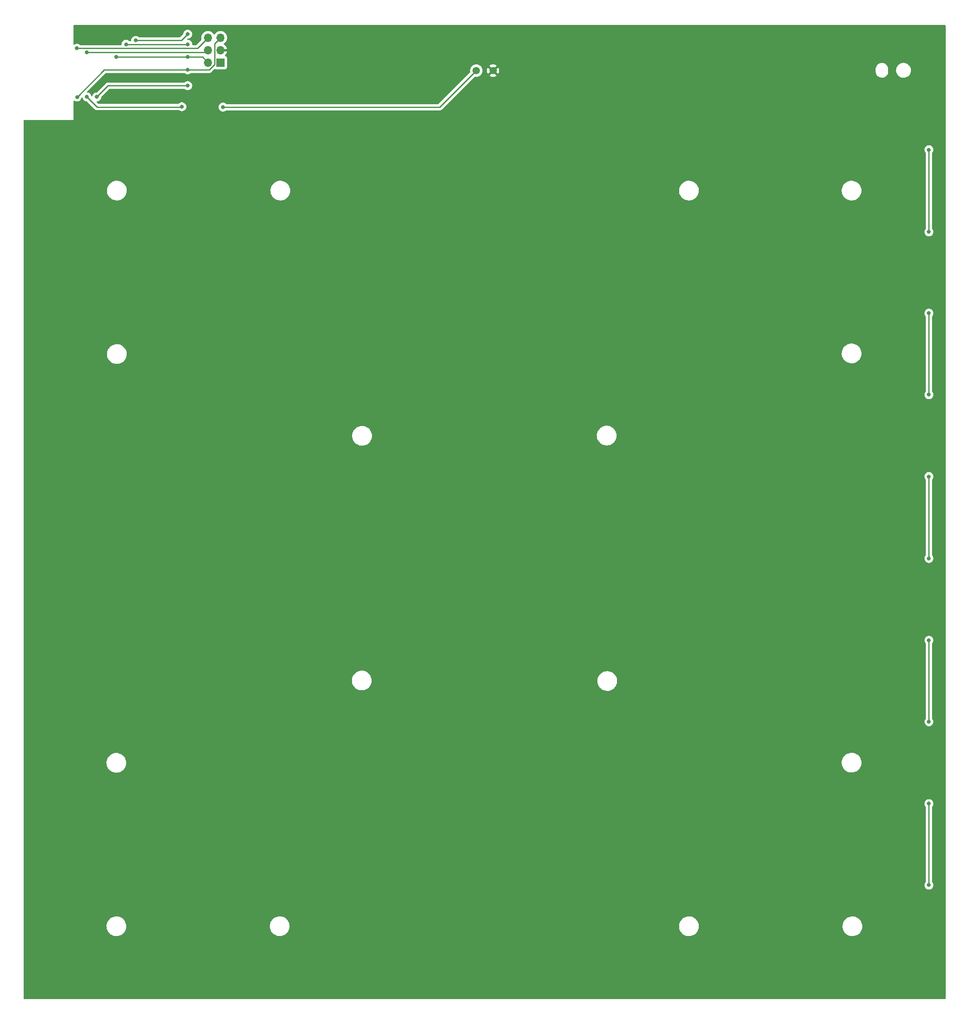
<source format=gbl>
%TF.GenerationSoftware,KiCad,Pcbnew,(6.0.0)*%
%TF.CreationDate,2023-01-18T16:53:03+01:00*%
%TF.ProjectId,backpannel_pcb_11x11_small,6261636b-7061-46e6-9e65-6c5f7063625f,rev?*%
%TF.SameCoordinates,Original*%
%TF.FileFunction,Copper,L2,Bot*%
%TF.FilePolarity,Positive*%
%FSLAX46Y46*%
G04 Gerber Fmt 4.6, Leading zero omitted, Abs format (unit mm)*
G04 Created by KiCad (PCBNEW (6.0.0)) date 2023-01-18 16:53:03*
%MOMM*%
%LPD*%
G01*
G04 APERTURE LIST*
%TA.AperFunction,ComponentPad*%
%ADD10R,1.700000X1.700000*%
%TD*%
%TA.AperFunction,ComponentPad*%
%ADD11O,1.700000X1.700000*%
%TD*%
%TA.AperFunction,ComponentPad*%
%ADD12C,1.500000*%
%TD*%
%TA.AperFunction,ViaPad*%
%ADD13C,0.800000*%
%TD*%
%TA.AperFunction,Conductor*%
%ADD14C,0.250000*%
%TD*%
G04 APERTURE END LIST*
D10*
%TO.P,J2,1,Pin_1*%
%TO.N,+3V3*%
X-53875000Y89933333D03*
D11*
%TO.P,J2,2,Pin_2*%
%TO.N,/Flash*%
X-56415000Y89933333D03*
%TO.P,J2,3,Pin_3*%
%TO.N,GND*%
X-53875000Y92473333D03*
%TO.P,J2,4,Pin_4*%
%TO.N,Net-(J2-Pad4)*%
X-56415000Y92473333D03*
%TO.P,J2,5,Pin_5*%
%TO.N,/Reset*%
X-53875000Y95013333D03*
%TO.P,J2,6,Pin_6*%
%TO.N,Net-(J2-Pad6)*%
X-56415000Y95013333D03*
%TD*%
D12*
%TO.P,R2,1*%
%TO.N,Net-(R1-Pad2)*%
X-1689333Y88304666D03*
%TO.P,R2,2*%
%TO.N,GND*%
X1710667Y88304666D03*
%TD*%
D13*
%TO.N,Net-(S1-Pad4)*%
X90600000Y55433333D03*
X90600000Y72166671D03*
%TO.N,Net-(S2-Pad4)*%
X90600000Y38833333D03*
X90600000Y22233333D03*
%TO.N,Net-(S3-Pad4)*%
X90600000Y5533333D03*
X90600000Y-11166667D03*
%TO.N,Net-(S10-Pad2)*%
X90600000Y-27866667D03*
X90600000Y-44466667D03*
%TO.N,Net-(S11-Pad2)*%
X90600000Y-61166667D03*
X90600000Y-77766667D03*
%TO.N,GND*%
X-90720000Y41360000D03*
X-90690000Y53010000D03*
X-90750000Y-58680000D03*
X90600000Y19700000D03*
X-43400000Y94600000D03*
X90600000Y-80320000D03*
X-90720000Y7970000D03*
X-64950000Y82133333D03*
X-90740000Y19640000D03*
X80924000Y81035000D03*
X-26450000Y87100000D03*
X90600000Y-25280000D03*
X90600000Y-13666667D03*
X-90750000Y-47020000D03*
X90600000Y-58666667D03*
X90600000Y53020000D03*
X82249000Y82860000D03*
X-29750000Y86850000D03*
X90600000Y-91966667D03*
X-90710000Y74690000D03*
X86924000Y81060000D03*
X-90720000Y-25370000D03*
X90600000Y8040000D03*
X-90730000Y-13700000D03*
X85649000Y82860000D03*
X90600000Y-46966667D03*
X-66750000Y96258333D03*
X79574000Y82860000D03*
X88224000Y82860000D03*
X-90750000Y-80350000D03*
X-90750000Y-91990000D03*
X90600000Y41350000D03*
X90600000Y74670000D03*
%TO.N,/Flash*%
X-60550000Y91058333D03*
X-75150000Y91058333D03*
%TO.N,Net-(J2-Pad4)*%
X-81150000Y92058333D03*
%TO.N,/Reset*%
X-83125000Y82908333D03*
X-60550000Y88458333D03*
%TO.N,Net-(J2-Pad6)*%
X-83150000Y92858333D03*
%TO.N,Net-(R1-Pad2)*%
X-53350000Y80858333D03*
%TO.N,Net-(R3-Pad2)*%
X-81100000Y82933333D03*
X-61750000Y80933333D03*
%TO.N,Net-(R6-Pad1)*%
X-60550000Y85233333D03*
X-79100000Y82933333D03*
%TO.N,Net-(R8-Pad2)*%
X-60550000Y93658333D03*
X-73131000Y93658333D03*
%TO.N,Net-(R9-Pad2)*%
X-71150000Y94458333D03*
X-60550000Y95733333D03*
%TD*%
D14*
%TO.N,Net-(R9-Pad2)*%
X-61825000Y94458333D02*
X-60550000Y95733333D01*
X-71150000Y94458333D02*
X-61825000Y94458333D01*
%TO.N,Net-(S1-Pad4)*%
X90600000Y55433333D02*
X90600000Y72166671D01*
%TO.N,Net-(S2-Pad4)*%
X90600000Y22233333D02*
X90600000Y38833333D01*
%TO.N,Net-(S3-Pad4)*%
X90600000Y-11166667D02*
X90600000Y5533333D01*
%TO.N,Net-(S10-Pad2)*%
X90600000Y-44466667D02*
X90600000Y-27966667D01*
%TO.N,Net-(S11-Pad2)*%
X90600000Y-77766667D02*
X90600000Y-61166667D01*
%TO.N,Net-(R6-Pad1)*%
X-76800000Y85233333D02*
X-79100000Y82933333D01*
X-60550000Y85233333D02*
X-76800000Y85233333D01*
%TO.N,Net-(R1-Pad2)*%
X-9160666Y80833333D02*
X-1689333Y88304666D01*
X-53400000Y80833333D02*
X-9160666Y80833333D01*
%TO.N,/Flash*%
X-60550000Y91058333D02*
X-75150000Y91058333D01*
X-60550000Y91058333D02*
X-57540000Y91058333D01*
X-57540000Y91058333D02*
X-56415000Y89933333D01*
%TO.N,Net-(J2-Pad4)*%
X-81150000Y92058333D02*
X-56830000Y92058333D01*
X-56830000Y92058333D02*
X-56415000Y92473333D01*
%TO.N,/Reset*%
X-83125000Y82908333D02*
X-77575000Y88458333D01*
X-55049511Y89558822D02*
X-56150000Y88458333D01*
X-53875000Y95013333D02*
X-55049511Y93838822D01*
X-55049511Y93838822D02*
X-55049511Y89558822D01*
X-77575000Y88458333D02*
X-60550000Y88458333D01*
X-56150000Y88458333D02*
X-60550000Y88458333D01*
%TO.N,Net-(J2-Pad6)*%
X-83150000Y92858333D02*
X-58570000Y92858333D01*
X-58570000Y92858333D02*
X-56415000Y95013333D01*
%TO.N,Net-(R3-Pad2)*%
X-79025000Y80858333D02*
X-81100000Y82933333D01*
X-61750000Y80858333D02*
X-79025000Y80858333D01*
%TO.N,Net-(R8-Pad2)*%
X-73131000Y93658333D02*
X-60550000Y93658333D01*
%TD*%
%TA.AperFunction,Conductor*%
%TO.N,GND*%
G36*
X93942121Y97579998D02*
G01*
X93988614Y97526342D01*
X94000000Y97474000D01*
X94000000Y-100874000D01*
X93979998Y-100942121D01*
X93926342Y-100988614D01*
X93874000Y-101000000D01*
X-93874000Y-101000000D01*
X-93942121Y-100979998D01*
X-93988614Y-100926342D01*
X-94000000Y-100874000D01*
X-94000000Y-86083956D01*
X-77118990Y-86083956D01*
X-77118837Y-86088344D01*
X-77118837Y-86088350D01*
X-77113495Y-86241305D01*
X-77109187Y-86364681D01*
X-77108425Y-86369004D01*
X-77108424Y-86369011D01*
X-77084648Y-86503847D01*
X-77060410Y-86641310D01*
X-76973609Y-86908458D01*
X-76971681Y-86912411D01*
X-76971679Y-86912416D01*
X-76916499Y-87025551D01*
X-76850472Y-87160925D01*
X-76848017Y-87164564D01*
X-76848014Y-87164570D01*
X-76839619Y-87177016D01*
X-76693397Y-87393799D01*
X-76690452Y-87397070D01*
X-76690451Y-87397071D01*
X-76599586Y-87497987D01*
X-76505441Y-87602545D01*
X-76502079Y-87605366D01*
X-76502078Y-87605367D01*
X-76487245Y-87617813D01*
X-76290262Y-87783102D01*
X-76052048Y-87931954D01*
X-75795437Y-88046205D01*
X-75525422Y-88123630D01*
X-75521072Y-88124241D01*
X-75521069Y-88124242D01*
X-75445488Y-88134864D01*
X-75247260Y-88162723D01*
X-75036666Y-88162723D01*
X-75034480Y-88162570D01*
X-75034476Y-88162570D01*
X-74830985Y-88148341D01*
X-74830980Y-88148340D01*
X-74826600Y-88148034D01*
X-74551842Y-88089632D01*
X-74547713Y-88088129D01*
X-74547709Y-88088128D01*
X-74292031Y-87995069D01*
X-74292027Y-87995067D01*
X-74287886Y-87993560D01*
X-74039870Y-87861687D01*
X-74036309Y-87859100D01*
X-73816183Y-87699170D01*
X-73816180Y-87699167D01*
X-73812620Y-87696581D01*
X-73610560Y-87501454D01*
X-73437624Y-87280105D01*
X-73435428Y-87276301D01*
X-73435423Y-87276294D01*
X-73299377Y-87040654D01*
X-73297176Y-87036842D01*
X-73191950Y-86776399D01*
X-73162413Y-86657934D01*
X-73125059Y-86508116D01*
X-73125058Y-86508111D01*
X-73123995Y-86503847D01*
X-73111131Y-86381457D01*
X-73095093Y-86228859D01*
X-73095093Y-86228856D01*
X-73094634Y-86224490D01*
X-73098953Y-86100796D01*
X-73099541Y-86083956D01*
X-43798102Y-86083956D01*
X-43797949Y-86088344D01*
X-43797949Y-86088350D01*
X-43792607Y-86241305D01*
X-43788299Y-86364681D01*
X-43787537Y-86369004D01*
X-43787536Y-86369011D01*
X-43763760Y-86503847D01*
X-43739522Y-86641310D01*
X-43652721Y-86908458D01*
X-43650793Y-86912411D01*
X-43650791Y-86912416D01*
X-43595611Y-87025551D01*
X-43529584Y-87160925D01*
X-43527129Y-87164564D01*
X-43527126Y-87164570D01*
X-43518731Y-87177016D01*
X-43372509Y-87393799D01*
X-43369564Y-87397070D01*
X-43369563Y-87397071D01*
X-43278698Y-87497987D01*
X-43184553Y-87602545D01*
X-43181191Y-87605366D01*
X-43181190Y-87605367D01*
X-43166357Y-87617813D01*
X-42969374Y-87783102D01*
X-42731160Y-87931954D01*
X-42474549Y-88046205D01*
X-42204534Y-88123630D01*
X-42200184Y-88124241D01*
X-42200181Y-88124242D01*
X-42124600Y-88134864D01*
X-41926372Y-88162723D01*
X-41715778Y-88162723D01*
X-41713592Y-88162570D01*
X-41713588Y-88162570D01*
X-41510097Y-88148341D01*
X-41510092Y-88148340D01*
X-41505712Y-88148034D01*
X-41230954Y-88089632D01*
X-41226825Y-88088129D01*
X-41226821Y-88088128D01*
X-40971143Y-87995069D01*
X-40971139Y-87995067D01*
X-40966998Y-87993560D01*
X-40718982Y-87861687D01*
X-40715421Y-87859100D01*
X-40495295Y-87699170D01*
X-40495292Y-87699167D01*
X-40491732Y-87696581D01*
X-40289672Y-87501454D01*
X-40116736Y-87280105D01*
X-40114540Y-87276301D01*
X-40114535Y-87276294D01*
X-39978489Y-87040654D01*
X-39976288Y-87036842D01*
X-39871062Y-86776399D01*
X-39841525Y-86657934D01*
X-39804171Y-86508116D01*
X-39804170Y-86508111D01*
X-39803107Y-86503847D01*
X-39790243Y-86381457D01*
X-39774205Y-86228859D01*
X-39774205Y-86228856D01*
X-39773746Y-86224490D01*
X-39778065Y-86100796D01*
X-39778218Y-86096402D01*
X39654490Y-86096402D01*
X39654643Y-86100790D01*
X39654643Y-86100796D01*
X39664010Y-86369011D01*
X39664293Y-86377127D01*
X39665055Y-86381450D01*
X39665056Y-86381457D01*
X39688832Y-86516293D01*
X39713070Y-86653756D01*
X39799871Y-86920904D01*
X39923008Y-87173371D01*
X39925463Y-87177010D01*
X39925466Y-87177016D01*
X39992430Y-87276294D01*
X40080083Y-87406245D01*
X40268039Y-87614991D01*
X40483218Y-87795548D01*
X40721432Y-87944400D01*
X40978043Y-88058651D01*
X40982271Y-88059863D01*
X40982270Y-88059863D01*
X41206788Y-88124242D01*
X41248058Y-88136076D01*
X41252408Y-88136687D01*
X41252411Y-88136688D01*
X41326647Y-88147121D01*
X41526220Y-88175169D01*
X41736814Y-88175169D01*
X41739000Y-88175016D01*
X41739004Y-88175016D01*
X41942495Y-88160787D01*
X41942500Y-88160786D01*
X41946880Y-88160480D01*
X42221638Y-88102078D01*
X42225767Y-88100575D01*
X42225771Y-88100574D01*
X42481449Y-88007515D01*
X42481453Y-88007513D01*
X42485594Y-88006006D01*
X42733610Y-87874133D01*
X42750741Y-87861687D01*
X42957297Y-87711616D01*
X42957300Y-87711613D01*
X42960860Y-87709027D01*
X42971068Y-87699170D01*
X43159755Y-87516956D01*
X43162920Y-87513900D01*
X43335856Y-87292551D01*
X43338052Y-87288747D01*
X43338057Y-87288740D01*
X43474103Y-87053100D01*
X43476304Y-87049288D01*
X43581530Y-86788845D01*
X43615212Y-86653756D01*
X43648421Y-86520562D01*
X43648422Y-86520557D01*
X43649485Y-86516293D01*
X43650345Y-86508116D01*
X43678387Y-86241305D01*
X43678387Y-86241302D01*
X43678846Y-86236936D01*
X43678564Y-86228859D01*
X43673939Y-86096402D01*
X72987824Y-86096402D01*
X72987977Y-86100790D01*
X72987977Y-86100796D01*
X72997344Y-86369011D01*
X72997627Y-86377127D01*
X72998389Y-86381450D01*
X72998390Y-86381457D01*
X73022166Y-86516293D01*
X73046404Y-86653756D01*
X73133205Y-86920904D01*
X73256342Y-87173371D01*
X73258797Y-87177010D01*
X73258800Y-87177016D01*
X73325764Y-87276294D01*
X73413417Y-87406245D01*
X73601373Y-87614991D01*
X73816552Y-87795548D01*
X74054766Y-87944400D01*
X74311377Y-88058651D01*
X74315605Y-88059863D01*
X74315604Y-88059863D01*
X74540122Y-88124242D01*
X74581392Y-88136076D01*
X74585742Y-88136687D01*
X74585745Y-88136688D01*
X74659981Y-88147121D01*
X74859554Y-88175169D01*
X75070148Y-88175169D01*
X75072334Y-88175016D01*
X75072338Y-88175016D01*
X75275829Y-88160787D01*
X75275834Y-88160786D01*
X75280214Y-88160480D01*
X75554972Y-88102078D01*
X75559101Y-88100575D01*
X75559105Y-88100574D01*
X75814783Y-88007515D01*
X75814787Y-88007513D01*
X75818928Y-88006006D01*
X76066944Y-87874133D01*
X76084075Y-87861687D01*
X76290631Y-87711616D01*
X76290634Y-87711613D01*
X76294194Y-87709027D01*
X76304402Y-87699170D01*
X76493089Y-87516956D01*
X76496254Y-87513900D01*
X76669190Y-87292551D01*
X76671386Y-87288747D01*
X76671391Y-87288740D01*
X76807437Y-87053100D01*
X76809638Y-87049288D01*
X76914864Y-86788845D01*
X76948546Y-86653756D01*
X76981755Y-86520562D01*
X76981756Y-86520557D01*
X76982819Y-86516293D01*
X76983679Y-86508116D01*
X77011721Y-86241305D01*
X77011721Y-86241302D01*
X77012180Y-86236936D01*
X77011898Y-86228859D01*
X77002531Y-85960608D01*
X77002530Y-85960602D01*
X77002377Y-85956211D01*
X77000183Y-85943765D01*
X76954362Y-85683905D01*
X76953600Y-85679582D01*
X76866799Y-85412434D01*
X76858799Y-85396030D01*
X76796252Y-85267792D01*
X76743662Y-85159967D01*
X76741207Y-85156328D01*
X76741204Y-85156322D01*
X76652542Y-85024876D01*
X76586587Y-84927093D01*
X76572435Y-84911375D01*
X76401568Y-84721609D01*
X76398631Y-84718347D01*
X76383799Y-84705901D01*
X76271731Y-84611865D01*
X76183452Y-84537790D01*
X75945238Y-84388938D01*
X75688627Y-84274687D01*
X75418612Y-84197262D01*
X75414262Y-84196651D01*
X75414259Y-84196650D01*
X75311312Y-84182182D01*
X75140450Y-84158169D01*
X74929856Y-84158169D01*
X74927670Y-84158322D01*
X74927666Y-84158322D01*
X74724175Y-84172551D01*
X74724170Y-84172552D01*
X74719790Y-84172858D01*
X74445032Y-84231260D01*
X74440903Y-84232763D01*
X74440899Y-84232764D01*
X74185221Y-84325823D01*
X74185217Y-84325825D01*
X74181076Y-84327332D01*
X73933060Y-84459205D01*
X73929501Y-84461791D01*
X73929499Y-84461792D01*
X73718732Y-84614923D01*
X73705810Y-84624311D01*
X73503750Y-84819438D01*
X73330814Y-85040787D01*
X73328618Y-85044591D01*
X73328613Y-85044598D01*
X73214796Y-85241736D01*
X73190366Y-85284050D01*
X73085140Y-85544493D01*
X73084075Y-85548766D01*
X73084074Y-85548768D01*
X73019198Y-85808972D01*
X73017185Y-85817045D01*
X73016726Y-85821413D01*
X73016725Y-85821418D01*
X73003866Y-85943765D01*
X72987824Y-86096402D01*
X43673939Y-86096402D01*
X43669197Y-85960608D01*
X43669196Y-85960602D01*
X43669043Y-85956211D01*
X43666849Y-85943765D01*
X43621028Y-85683905D01*
X43620266Y-85679582D01*
X43533465Y-85412434D01*
X43525465Y-85396030D01*
X43462918Y-85267792D01*
X43410328Y-85159967D01*
X43407873Y-85156328D01*
X43407870Y-85156322D01*
X43319208Y-85024876D01*
X43253253Y-84927093D01*
X43239101Y-84911375D01*
X43068234Y-84721609D01*
X43065297Y-84718347D01*
X43050465Y-84705901D01*
X42938397Y-84611865D01*
X42850118Y-84537790D01*
X42611904Y-84388938D01*
X42355293Y-84274687D01*
X42085278Y-84197262D01*
X42080928Y-84196651D01*
X42080925Y-84196650D01*
X41977978Y-84182182D01*
X41807116Y-84158169D01*
X41596522Y-84158169D01*
X41594336Y-84158322D01*
X41594332Y-84158322D01*
X41390841Y-84172551D01*
X41390836Y-84172552D01*
X41386456Y-84172858D01*
X41111698Y-84231260D01*
X41107569Y-84232763D01*
X41107565Y-84232764D01*
X40851887Y-84325823D01*
X40851883Y-84325825D01*
X40847742Y-84327332D01*
X40599726Y-84459205D01*
X40596167Y-84461791D01*
X40596165Y-84461792D01*
X40385398Y-84614923D01*
X40372476Y-84624311D01*
X40170416Y-84819438D01*
X39997480Y-85040787D01*
X39995284Y-85044591D01*
X39995279Y-85044598D01*
X39881462Y-85241736D01*
X39857032Y-85284050D01*
X39751806Y-85544493D01*
X39750741Y-85548766D01*
X39750740Y-85548768D01*
X39685864Y-85808972D01*
X39683851Y-85817045D01*
X39683392Y-85821413D01*
X39683391Y-85821418D01*
X39670532Y-85943765D01*
X39654490Y-86096402D01*
X-39778218Y-86096402D01*
X-39783395Y-85948162D01*
X-39783396Y-85948156D01*
X-39783549Y-85943765D01*
X-39807316Y-85808972D01*
X-39829369Y-85683905D01*
X-39832326Y-85667136D01*
X-39919127Y-85399988D01*
X-40042264Y-85147521D01*
X-40044719Y-85143882D01*
X-40044722Y-85143876D01*
X-40124989Y-85024876D01*
X-40199339Y-84914647D01*
X-40387295Y-84705901D01*
X-40602474Y-84525344D01*
X-40840688Y-84376492D01*
X-41097299Y-84262241D01*
X-41251932Y-84217901D01*
X-41363087Y-84186028D01*
X-41363088Y-84186028D01*
X-41367314Y-84184816D01*
X-41371664Y-84184205D01*
X-41371667Y-84184204D01*
X-41474614Y-84169736D01*
X-41645476Y-84145723D01*
X-41856070Y-84145723D01*
X-41858256Y-84145876D01*
X-41858260Y-84145876D01*
X-42061751Y-84160105D01*
X-42061756Y-84160106D01*
X-42066136Y-84160412D01*
X-42340894Y-84218814D01*
X-42345023Y-84220317D01*
X-42345027Y-84220318D01*
X-42600705Y-84313377D01*
X-42600709Y-84313379D01*
X-42604850Y-84314886D01*
X-42852866Y-84446759D01*
X-42856425Y-84449345D01*
X-42856427Y-84449346D01*
X-42982052Y-84540618D01*
X-43080116Y-84611865D01*
X-43083280Y-84614921D01*
X-43083283Y-84614923D01*
X-43096171Y-84627369D01*
X-43282176Y-84806992D01*
X-43455112Y-85028341D01*
X-43457308Y-85032145D01*
X-43457313Y-85032152D01*
X-43533388Y-85163919D01*
X-43595560Y-85271604D01*
X-43700786Y-85532047D01*
X-43701851Y-85536320D01*
X-43701852Y-85536322D01*
X-43735545Y-85671459D01*
X-43768741Y-85804599D01*
X-43769200Y-85808967D01*
X-43769201Y-85808972D01*
X-43770049Y-85817045D01*
X-43798102Y-86083956D01*
X-73099541Y-86083956D01*
X-73104283Y-85948162D01*
X-73104284Y-85948156D01*
X-73104437Y-85943765D01*
X-73128204Y-85808972D01*
X-73150257Y-85683905D01*
X-73153214Y-85667136D01*
X-73240015Y-85399988D01*
X-73363152Y-85147521D01*
X-73365607Y-85143882D01*
X-73365610Y-85143876D01*
X-73445877Y-85024876D01*
X-73520227Y-84914647D01*
X-73708183Y-84705901D01*
X-73923362Y-84525344D01*
X-74161576Y-84376492D01*
X-74418187Y-84262241D01*
X-74572820Y-84217901D01*
X-74683975Y-84186028D01*
X-74683976Y-84186028D01*
X-74688202Y-84184816D01*
X-74692552Y-84184205D01*
X-74692555Y-84184204D01*
X-74795502Y-84169736D01*
X-74966364Y-84145723D01*
X-75176958Y-84145723D01*
X-75179144Y-84145876D01*
X-75179148Y-84145876D01*
X-75382639Y-84160105D01*
X-75382644Y-84160106D01*
X-75387024Y-84160412D01*
X-75661782Y-84218814D01*
X-75665911Y-84220317D01*
X-75665915Y-84220318D01*
X-75921593Y-84313377D01*
X-75921597Y-84313379D01*
X-75925738Y-84314886D01*
X-76173754Y-84446759D01*
X-76177313Y-84449345D01*
X-76177315Y-84449346D01*
X-76302940Y-84540618D01*
X-76401004Y-84611865D01*
X-76404168Y-84614921D01*
X-76404171Y-84614923D01*
X-76417059Y-84627369D01*
X-76603064Y-84806992D01*
X-76776000Y-85028341D01*
X-76778196Y-85032145D01*
X-76778201Y-85032152D01*
X-76854276Y-85163919D01*
X-76916448Y-85271604D01*
X-77021674Y-85532047D01*
X-77022739Y-85536320D01*
X-77022740Y-85536322D01*
X-77056433Y-85671459D01*
X-77089629Y-85804599D01*
X-77090088Y-85808967D01*
X-77090089Y-85808972D01*
X-77090937Y-85817045D01*
X-77118990Y-86083956D01*
X-94000000Y-86083956D01*
X-94000000Y-77766667D01*
X89686496Y-77766667D01*
X89706458Y-77956595D01*
X89765473Y-78138223D01*
X89860960Y-78303611D01*
X89988747Y-78445533D01*
X90143248Y-78557785D01*
X90149276Y-78560469D01*
X90149278Y-78560470D01*
X90311681Y-78632776D01*
X90317712Y-78635461D01*
X90411112Y-78655314D01*
X90498056Y-78673795D01*
X90498061Y-78673795D01*
X90504513Y-78675167D01*
X90695487Y-78675167D01*
X90701939Y-78673795D01*
X90701944Y-78673795D01*
X90788888Y-78655314D01*
X90882288Y-78635461D01*
X90888319Y-78632776D01*
X91050722Y-78560470D01*
X91050724Y-78560469D01*
X91056752Y-78557785D01*
X91211253Y-78445533D01*
X91339040Y-78303611D01*
X91434527Y-78138223D01*
X91493542Y-77956595D01*
X91513504Y-77766667D01*
X91493542Y-77576739D01*
X91434527Y-77395111D01*
X91339040Y-77229723D01*
X91265863Y-77148452D01*
X91235147Y-77084446D01*
X91233500Y-77064143D01*
X91233500Y-61869191D01*
X91253502Y-61801070D01*
X91265858Y-61784888D01*
X91339040Y-61703611D01*
X91434527Y-61538223D01*
X91493542Y-61356595D01*
X91513504Y-61166667D01*
X91493542Y-60976739D01*
X91434527Y-60795111D01*
X91339040Y-60629723D01*
X91211253Y-60487801D01*
X91056752Y-60375549D01*
X91050724Y-60372865D01*
X91050722Y-60372864D01*
X90888319Y-60300558D01*
X90888318Y-60300558D01*
X90882288Y-60297873D01*
X90788888Y-60278020D01*
X90701944Y-60259539D01*
X90701939Y-60259539D01*
X90695487Y-60258167D01*
X90504513Y-60258167D01*
X90498061Y-60259539D01*
X90498056Y-60259539D01*
X90411112Y-60278020D01*
X90317712Y-60297873D01*
X90311682Y-60300558D01*
X90311681Y-60300558D01*
X90149278Y-60372864D01*
X90149276Y-60372865D01*
X90143248Y-60375549D01*
X89988747Y-60487801D01*
X89860960Y-60629723D01*
X89765473Y-60795111D01*
X89706458Y-60976739D01*
X89686496Y-61166667D01*
X89706458Y-61356595D01*
X89765473Y-61538223D01*
X89860960Y-61703611D01*
X89934137Y-61784882D01*
X89964853Y-61848888D01*
X89966500Y-61869191D01*
X89966500Y-77064143D01*
X89946498Y-77132264D01*
X89934142Y-77148446D01*
X89860960Y-77229723D01*
X89765473Y-77395111D01*
X89706458Y-77576739D01*
X89686496Y-77766667D01*
X-94000000Y-77766667D01*
X-94000000Y-52763067D01*
X-77118990Y-52763067D01*
X-77118837Y-52767455D01*
X-77118837Y-52767461D01*
X-77110204Y-53014661D01*
X-77109187Y-53043792D01*
X-77108425Y-53048115D01*
X-77108424Y-53048122D01*
X-77084648Y-53182958D01*
X-77060410Y-53320421D01*
X-76973609Y-53587569D01*
X-76971681Y-53591522D01*
X-76971679Y-53591527D01*
X-76916499Y-53704662D01*
X-76850472Y-53840036D01*
X-76848017Y-53843675D01*
X-76848014Y-53843681D01*
X-76795225Y-53921944D01*
X-76693397Y-54072910D01*
X-76505441Y-54281656D01*
X-76290262Y-54462213D01*
X-76052048Y-54611065D01*
X-75795437Y-54725316D01*
X-75525422Y-54802741D01*
X-75521072Y-54803352D01*
X-75521069Y-54803353D01*
X-75418122Y-54817821D01*
X-75247260Y-54841834D01*
X-75036666Y-54841834D01*
X-75034480Y-54841681D01*
X-75034476Y-54841681D01*
X-74830985Y-54827452D01*
X-74830980Y-54827451D01*
X-74826600Y-54827145D01*
X-74551842Y-54768743D01*
X-74547713Y-54767240D01*
X-74547709Y-54767239D01*
X-74292031Y-54674180D01*
X-74292027Y-54674178D01*
X-74287886Y-54672671D01*
X-74039870Y-54540798D01*
X-73996658Y-54509403D01*
X-73816183Y-54378281D01*
X-73816180Y-54378278D01*
X-73812620Y-54375692D01*
X-73610560Y-54180565D01*
X-73437624Y-53959216D01*
X-73435428Y-53955412D01*
X-73435423Y-53955405D01*
X-73299377Y-53719765D01*
X-73297176Y-53715953D01*
X-73191950Y-53455510D01*
X-73158268Y-53320421D01*
X-73125059Y-53187227D01*
X-73125058Y-53187222D01*
X-73123995Y-53182958D01*
X-73120926Y-53153766D01*
X-73095093Y-52907970D01*
X-73095093Y-52907967D01*
X-73094634Y-52903601D01*
X-73094787Y-52899207D01*
X-73100710Y-52729606D01*
X72818893Y-52729606D01*
X72819046Y-52733994D01*
X72819046Y-52734000D01*
X72825122Y-52907970D01*
X72828696Y-53010331D01*
X72829458Y-53014654D01*
X72829459Y-53014661D01*
X72853235Y-53149497D01*
X72877473Y-53286960D01*
X72964274Y-53554108D01*
X72966202Y-53558061D01*
X72966204Y-53558066D01*
X73021384Y-53671201D01*
X73087411Y-53806575D01*
X73089866Y-53810214D01*
X73089869Y-53810220D01*
X73112439Y-53843681D01*
X73244486Y-54039449D01*
X73432442Y-54248195D01*
X73647621Y-54428752D01*
X73885835Y-54577604D01*
X74142446Y-54691855D01*
X74412461Y-54769280D01*
X74416811Y-54769891D01*
X74416814Y-54769892D01*
X74519761Y-54784360D01*
X74690623Y-54808373D01*
X74901217Y-54808373D01*
X74903403Y-54808220D01*
X74903407Y-54808220D01*
X75106898Y-54793991D01*
X75106903Y-54793990D01*
X75111283Y-54793684D01*
X75386041Y-54735282D01*
X75390170Y-54733779D01*
X75390174Y-54733778D01*
X75645852Y-54640719D01*
X75645856Y-54640717D01*
X75649997Y-54639210D01*
X75898013Y-54507337D01*
X75901574Y-54504750D01*
X76121700Y-54344820D01*
X76121703Y-54344817D01*
X76125263Y-54342231D01*
X76327323Y-54147104D01*
X76500259Y-53925755D01*
X76502455Y-53921951D01*
X76502460Y-53921944D01*
X76638506Y-53686304D01*
X76640707Y-53682492D01*
X76745933Y-53422049D01*
X76779615Y-53286960D01*
X76812824Y-53153766D01*
X76812825Y-53153761D01*
X76813888Y-53149497D01*
X76843249Y-52870140D01*
X76843096Y-52865746D01*
X76833600Y-52593812D01*
X76833599Y-52593806D01*
X76833446Y-52589415D01*
X76815579Y-52488083D01*
X76785431Y-52317109D01*
X76784669Y-52312786D01*
X76697868Y-52045638D01*
X76649712Y-51946903D01*
X76633391Y-51913442D01*
X76574731Y-51793171D01*
X76572276Y-51789532D01*
X76572273Y-51789526D01*
X76442688Y-51597409D01*
X76417656Y-51560297D01*
X76229700Y-51351551D01*
X76014521Y-51170994D01*
X75776307Y-51022142D01*
X75519696Y-50907891D01*
X75249681Y-50830466D01*
X75245331Y-50829855D01*
X75245328Y-50829854D01*
X75142381Y-50815386D01*
X74971519Y-50791373D01*
X74760925Y-50791373D01*
X74758739Y-50791526D01*
X74758735Y-50791526D01*
X74555244Y-50805755D01*
X74555239Y-50805756D01*
X74550859Y-50806062D01*
X74276101Y-50864464D01*
X74271972Y-50865967D01*
X74271968Y-50865968D01*
X74016290Y-50959027D01*
X74016286Y-50959029D01*
X74012145Y-50960536D01*
X73764129Y-51092409D01*
X73760570Y-51094995D01*
X73760568Y-51094996D01*
X73606018Y-51207283D01*
X73536879Y-51257515D01*
X73334819Y-51452642D01*
X73161883Y-51673991D01*
X73159687Y-51677795D01*
X73159682Y-51677802D01*
X73071474Y-51830584D01*
X73021435Y-51917254D01*
X72916209Y-52177697D01*
X72915144Y-52181970D01*
X72915143Y-52181972D01*
X72874185Y-52346247D01*
X72848254Y-52450249D01*
X72847795Y-52454617D01*
X72847794Y-52454622D01*
X72829648Y-52627273D01*
X72818893Y-52729606D01*
X-73100710Y-52729606D01*
X-73104283Y-52627273D01*
X-73104284Y-52627267D01*
X-73104437Y-52622876D01*
X-73109561Y-52593812D01*
X-73152452Y-52350570D01*
X-73153214Y-52346247D01*
X-73240015Y-52079099D01*
X-73258265Y-52041680D01*
X-73316963Y-51921334D01*
X-73363152Y-51826632D01*
X-73365607Y-51822993D01*
X-73365610Y-51822987D01*
X-73463539Y-51677802D01*
X-73520227Y-51593758D01*
X-73708183Y-51385012D01*
X-73923362Y-51204455D01*
X-74161576Y-51055603D01*
X-74418187Y-50941352D01*
X-74688202Y-50863927D01*
X-74692552Y-50863316D01*
X-74692555Y-50863315D01*
X-74795502Y-50848847D01*
X-74966364Y-50824834D01*
X-75176958Y-50824834D01*
X-75179144Y-50824987D01*
X-75179148Y-50824987D01*
X-75382639Y-50839216D01*
X-75382644Y-50839217D01*
X-75387024Y-50839523D01*
X-75661782Y-50897925D01*
X-75665911Y-50899428D01*
X-75665915Y-50899429D01*
X-75921593Y-50992488D01*
X-75921597Y-50992490D01*
X-75925738Y-50993997D01*
X-76173754Y-51125870D01*
X-76177313Y-51128456D01*
X-76177315Y-51128457D01*
X-76351385Y-51254926D01*
X-76401004Y-51290976D01*
X-76603064Y-51486103D01*
X-76776000Y-51707452D01*
X-76778196Y-51711256D01*
X-76778201Y-51711263D01*
X-76892018Y-51908401D01*
X-76916448Y-51950715D01*
X-77021674Y-52211158D01*
X-77022739Y-52215431D01*
X-77022740Y-52215433D01*
X-77081286Y-52450249D01*
X-77089629Y-52483710D01*
X-77118990Y-52763067D01*
X-94000000Y-52763067D01*
X-94000000Y-44466667D01*
X89686496Y-44466667D01*
X89706458Y-44656595D01*
X89765473Y-44838223D01*
X89860960Y-45003611D01*
X89988747Y-45145533D01*
X90143248Y-45257785D01*
X90149276Y-45260469D01*
X90149278Y-45260470D01*
X90311681Y-45332776D01*
X90317712Y-45335461D01*
X90411113Y-45355314D01*
X90498056Y-45373795D01*
X90498061Y-45373795D01*
X90504513Y-45375167D01*
X90695487Y-45375167D01*
X90701939Y-45373795D01*
X90701944Y-45373795D01*
X90788887Y-45355314D01*
X90882288Y-45335461D01*
X90888319Y-45332776D01*
X91050722Y-45260470D01*
X91050724Y-45260469D01*
X91056752Y-45257785D01*
X91211253Y-45145533D01*
X91339040Y-45003611D01*
X91434527Y-44838223D01*
X91493542Y-44656595D01*
X91513504Y-44466667D01*
X91493542Y-44276739D01*
X91434527Y-44095111D01*
X91339040Y-43929723D01*
X91265863Y-43848452D01*
X91235147Y-43784446D01*
X91233500Y-43764143D01*
X91233500Y-28569191D01*
X91253502Y-28501070D01*
X91265858Y-28484888D01*
X91339040Y-28403611D01*
X91434527Y-28238223D01*
X91493542Y-28056595D01*
X91513504Y-27866667D01*
X91493542Y-27676739D01*
X91434527Y-27495111D01*
X91339040Y-27329723D01*
X91211253Y-27187801D01*
X91056752Y-27075549D01*
X91050724Y-27072865D01*
X91050722Y-27072864D01*
X90888319Y-27000558D01*
X90888318Y-27000558D01*
X90882288Y-26997873D01*
X90788888Y-26978020D01*
X90701944Y-26959539D01*
X90701939Y-26959539D01*
X90695487Y-26958167D01*
X90504513Y-26958167D01*
X90498061Y-26959539D01*
X90498056Y-26959539D01*
X90411112Y-26978020D01*
X90317712Y-26997873D01*
X90311682Y-27000558D01*
X90311681Y-27000558D01*
X90149278Y-27072864D01*
X90149276Y-27072865D01*
X90143248Y-27075549D01*
X89988747Y-27187801D01*
X89860960Y-27329723D01*
X89765473Y-27495111D01*
X89706458Y-27676739D01*
X89686496Y-27866667D01*
X89706458Y-28056595D01*
X89765473Y-28238223D01*
X89860960Y-28403611D01*
X89934137Y-28484882D01*
X89964853Y-28548888D01*
X89966500Y-28569191D01*
X89966500Y-43764143D01*
X89946498Y-43832264D01*
X89934142Y-43848446D01*
X89860960Y-43929723D01*
X89765473Y-44095111D01*
X89706458Y-44276739D01*
X89686496Y-44466667D01*
X-94000000Y-44466667D01*
X-94000000Y-35983780D01*
X-27068488Y-35983780D01*
X-27068335Y-35988168D01*
X-27068335Y-35988174D01*
X-27059495Y-36241304D01*
X-27058685Y-36264505D01*
X-27057923Y-36268828D01*
X-27057922Y-36268835D01*
X-27034146Y-36403671D01*
X-27009908Y-36541134D01*
X-26923107Y-36808282D01*
X-26799970Y-37060749D01*
X-26797515Y-37064388D01*
X-26797512Y-37064394D01*
X-26726672Y-37169418D01*
X-26642895Y-37293623D01*
X-26454939Y-37502369D01*
X-26239760Y-37682926D01*
X-26001546Y-37831778D01*
X-25744935Y-37946029D01*
X-25474920Y-38023454D01*
X-25470570Y-38024065D01*
X-25470567Y-38024066D01*
X-25367620Y-38038534D01*
X-25196758Y-38062547D01*
X-24986164Y-38062547D01*
X-24983978Y-38062394D01*
X-24983974Y-38062394D01*
X-24780483Y-38048165D01*
X-24780478Y-38048164D01*
X-24776098Y-38047858D01*
X-24501340Y-37989456D01*
X-24497211Y-37987953D01*
X-24497207Y-37987952D01*
X-24241529Y-37894893D01*
X-24241525Y-37894891D01*
X-24237384Y-37893384D01*
X-23989368Y-37761511D01*
X-23985807Y-37758924D01*
X-23765681Y-37598994D01*
X-23765678Y-37598991D01*
X-23762118Y-37596405D01*
X-23676680Y-37513899D01*
X-23568589Y-37409516D01*
X-23560058Y-37401278D01*
X-23387122Y-37179929D01*
X-23384926Y-37176125D01*
X-23384921Y-37176118D01*
X-23248875Y-36940478D01*
X-23246674Y-36936666D01*
X-23141448Y-36676223D01*
X-23107766Y-36541134D01*
X-23074557Y-36407940D01*
X-23074556Y-36407935D01*
X-23073493Y-36403671D01*
X-23055968Y-36236935D01*
X-23044591Y-36128683D01*
X-23044591Y-36128680D01*
X-23044132Y-36124314D01*
X-23044953Y-36100795D01*
X-23045106Y-36096401D01*
X22987823Y-36096401D01*
X22987976Y-36100789D01*
X22987976Y-36100795D01*
X22993540Y-36260108D01*
X22997626Y-36377126D01*
X22998388Y-36381449D01*
X22998389Y-36381456D01*
X23022165Y-36516292D01*
X23046403Y-36653755D01*
X23133204Y-36920903D01*
X23256341Y-37173370D01*
X23258796Y-37177009D01*
X23258799Y-37177015D01*
X23260765Y-37179929D01*
X23413416Y-37406244D01*
X23601372Y-37614990D01*
X23816551Y-37795547D01*
X24054765Y-37944399D01*
X24311376Y-38058650D01*
X24581391Y-38136075D01*
X24585741Y-38136686D01*
X24585744Y-38136687D01*
X24688691Y-38151155D01*
X24859553Y-38175168D01*
X25070147Y-38175168D01*
X25072333Y-38175015D01*
X25072337Y-38175015D01*
X25275828Y-38160786D01*
X25275833Y-38160785D01*
X25280213Y-38160479D01*
X25554971Y-38102077D01*
X25559100Y-38100574D01*
X25559104Y-38100573D01*
X25814782Y-38007514D01*
X25814786Y-38007512D01*
X25818927Y-38006005D01*
X26066943Y-37874132D01*
X26125239Y-37831778D01*
X26290630Y-37711615D01*
X26290633Y-37711612D01*
X26294193Y-37709026D01*
X26318806Y-37685258D01*
X26394948Y-37611728D01*
X26496253Y-37513899D01*
X26669189Y-37292550D01*
X26671385Y-37288746D01*
X26671390Y-37288739D01*
X26807436Y-37053099D01*
X26809637Y-37049287D01*
X26914863Y-36788844D01*
X26948545Y-36653755D01*
X26981754Y-36520561D01*
X26981755Y-36520556D01*
X26982818Y-36516292D01*
X26995115Y-36399298D01*
X27011720Y-36241304D01*
X27011720Y-36241301D01*
X27012179Y-36236935D01*
X27008399Y-36128683D01*
X27002530Y-35960607D01*
X27002529Y-35960601D01*
X27002376Y-35956210D01*
X26981755Y-35839259D01*
X26957979Y-35704423D01*
X26953599Y-35679581D01*
X26866798Y-35412433D01*
X26743661Y-35159966D01*
X26741206Y-35156327D01*
X26741203Y-35156321D01*
X26589880Y-34931976D01*
X26586586Y-34927092D01*
X26398630Y-34718346D01*
X26183451Y-34537789D01*
X25945237Y-34388937D01*
X25688626Y-34274686D01*
X25418611Y-34197261D01*
X25414261Y-34196650D01*
X25414258Y-34196649D01*
X25311311Y-34182181D01*
X25140449Y-34158168D01*
X24929855Y-34158168D01*
X24927669Y-34158321D01*
X24927665Y-34158321D01*
X24724174Y-34172550D01*
X24724169Y-34172551D01*
X24719789Y-34172857D01*
X24445031Y-34231259D01*
X24440902Y-34232762D01*
X24440898Y-34232763D01*
X24185220Y-34325822D01*
X24185216Y-34325824D01*
X24181075Y-34327331D01*
X23933059Y-34459204D01*
X23929500Y-34461790D01*
X23929498Y-34461791D01*
X23824896Y-34537789D01*
X23705809Y-34624310D01*
X23702645Y-34627366D01*
X23702642Y-34627368D01*
X23616781Y-34710283D01*
X23503749Y-34819437D01*
X23330813Y-35040786D01*
X23328617Y-35044590D01*
X23328612Y-35044597D01*
X23255387Y-35171428D01*
X23190365Y-35284049D01*
X23085139Y-35544492D01*
X23084074Y-35548765D01*
X23084073Y-35548767D01*
X23045264Y-35704423D01*
X23017184Y-35817044D01*
X23016725Y-35821412D01*
X23016724Y-35821417D01*
X22999198Y-35988174D01*
X22987823Y-36096401D01*
X-23045106Y-36096401D01*
X-23053781Y-35847986D01*
X-23053782Y-35847980D01*
X-23053935Y-35843589D01*
X-23057844Y-35821417D01*
X-23101950Y-35571283D01*
X-23102712Y-35566960D01*
X-23189513Y-35299812D01*
X-23312650Y-35047345D01*
X-23315105Y-35043706D01*
X-23315108Y-35043700D01*
X-23464037Y-34822904D01*
X-23469725Y-34814471D01*
X-23657681Y-34605725D01*
X-23872860Y-34425168D01*
X-24111074Y-34276316D01*
X-24367685Y-34162065D01*
X-24637700Y-34084640D01*
X-24642050Y-34084029D01*
X-24642053Y-34084028D01*
X-24745000Y-34069560D01*
X-24915862Y-34045547D01*
X-25126456Y-34045547D01*
X-25128642Y-34045700D01*
X-25128646Y-34045700D01*
X-25332137Y-34059929D01*
X-25332142Y-34059930D01*
X-25336522Y-34060236D01*
X-25611280Y-34118638D01*
X-25615409Y-34120141D01*
X-25615413Y-34120142D01*
X-25871091Y-34213201D01*
X-25871095Y-34213203D01*
X-25875236Y-34214710D01*
X-26123252Y-34346583D01*
X-26126811Y-34349169D01*
X-26126813Y-34349170D01*
X-26278262Y-34459204D01*
X-26350502Y-34511689D01*
X-26353666Y-34514745D01*
X-26353669Y-34514747D01*
X-26380458Y-34540617D01*
X-26552562Y-34706816D01*
X-26725498Y-34928165D01*
X-26727694Y-34931969D01*
X-26727699Y-34931976D01*
X-26841516Y-35129114D01*
X-26865946Y-35171428D01*
X-26971172Y-35431871D01*
X-26972237Y-35436144D01*
X-26972238Y-35436146D01*
X-27032933Y-35679581D01*
X-27039127Y-35704423D01*
X-27039586Y-35708791D01*
X-27039587Y-35708796D01*
X-27068029Y-35979411D01*
X-27068488Y-35983780D01*
X-94000000Y-35983780D01*
X-94000000Y-11166667D01*
X89686496Y-11166667D01*
X89706458Y-11356595D01*
X89765473Y-11538223D01*
X89860960Y-11703611D01*
X89988747Y-11845533D01*
X90143248Y-11957785D01*
X90149276Y-11960469D01*
X90149278Y-11960470D01*
X90311681Y-12032776D01*
X90317712Y-12035461D01*
X90411112Y-12055314D01*
X90498056Y-12073795D01*
X90498061Y-12073795D01*
X90504513Y-12075167D01*
X90695487Y-12075167D01*
X90701939Y-12073795D01*
X90701944Y-12073795D01*
X90788888Y-12055314D01*
X90882288Y-12035461D01*
X90888319Y-12032776D01*
X91050722Y-11960470D01*
X91050724Y-11960469D01*
X91056752Y-11957785D01*
X91211253Y-11845533D01*
X91339040Y-11703611D01*
X91434527Y-11538223D01*
X91493542Y-11356595D01*
X91513504Y-11166667D01*
X91493542Y-10976739D01*
X91434527Y-10795111D01*
X91339040Y-10629723D01*
X91265863Y-10548452D01*
X91235147Y-10484446D01*
X91233500Y-10464143D01*
X91233500Y4830809D01*
X91253502Y4898930D01*
X91265858Y4915112D01*
X91339040Y4996389D01*
X91434527Y5161777D01*
X91493542Y5343405D01*
X91513504Y5533333D01*
X91493542Y5723261D01*
X91434527Y5904889D01*
X91339040Y6070277D01*
X91211253Y6212199D01*
X91056752Y6324451D01*
X91050724Y6327135D01*
X91050722Y6327136D01*
X90888319Y6399442D01*
X90888318Y6399442D01*
X90882288Y6402127D01*
X90788888Y6421980D01*
X90701944Y6440461D01*
X90701939Y6440461D01*
X90695487Y6441833D01*
X90504513Y6441833D01*
X90498061Y6440461D01*
X90498056Y6440461D01*
X90411113Y6421980D01*
X90317712Y6402127D01*
X90311682Y6399442D01*
X90311681Y6399442D01*
X90149278Y6327136D01*
X90149276Y6327135D01*
X90143248Y6324451D01*
X89988747Y6212199D01*
X89860960Y6070277D01*
X89765473Y5904889D01*
X89706458Y5723261D01*
X89686496Y5533333D01*
X89706458Y5343405D01*
X89765473Y5161777D01*
X89860960Y4996389D01*
X89934137Y4915118D01*
X89964853Y4851112D01*
X89966500Y4830809D01*
X89966500Y-10464143D01*
X89946498Y-10532264D01*
X89934142Y-10548446D01*
X89860960Y-10629723D01*
X89765473Y-10795111D01*
X89706458Y-10976739D01*
X89686496Y-11166667D01*
X-94000000Y-11166667D01*
X-94000000Y13903600D01*
X-27012178Y13903600D01*
X-27012025Y13899212D01*
X-27012025Y13899206D01*
X-27004190Y13674855D01*
X-27002375Y13622875D01*
X-27001613Y13618552D01*
X-27001612Y13618545D01*
X-26977836Y13483709D01*
X-26953598Y13346246D01*
X-26866797Y13079098D01*
X-26743660Y12826631D01*
X-26741205Y12822992D01*
X-26741202Y12822986D01*
X-26701254Y12763761D01*
X-26586585Y12593757D01*
X-26398629Y12385011D01*
X-26183450Y12204454D01*
X-25945236Y12055602D01*
X-25688625Y11941351D01*
X-25418610Y11863926D01*
X-25414260Y11863315D01*
X-25414257Y11863314D01*
X-25311310Y11848846D01*
X-25140448Y11824833D01*
X-24929854Y11824833D01*
X-24927668Y11824986D01*
X-24927664Y11824986D01*
X-24724173Y11839215D01*
X-24724168Y11839216D01*
X-24719788Y11839522D01*
X-24445030Y11897924D01*
X-24440901Y11899427D01*
X-24440897Y11899428D01*
X-24185219Y11992487D01*
X-24185215Y11992489D01*
X-24181074Y11993996D01*
X-23933058Y12125869D01*
X-23858397Y12180113D01*
X-23709371Y12288386D01*
X-23709368Y12288389D01*
X-23705808Y12290975D01*
X-23644330Y12350343D01*
X-23605053Y12388273D01*
X-23503748Y12486102D01*
X-23330812Y12707451D01*
X-23328616Y12711255D01*
X-23328611Y12711262D01*
X-23192565Y12946902D01*
X-23190364Y12950714D01*
X-23085138Y13211157D01*
X-23051456Y13346246D01*
X-23018247Y13479440D01*
X-23018246Y13479445D01*
X-23017183Y13483709D01*
X-23011264Y13540019D01*
X-22988281Y13758697D01*
X-22988281Y13758700D01*
X-22987822Y13763066D01*
X-22987975Y13767460D01*
X-22994695Y13959910D01*
X22875202Y13959910D01*
X22875355Y13955522D01*
X22875355Y13955516D01*
X22882076Y13763066D01*
X22885005Y13679185D01*
X22885767Y13674862D01*
X22885768Y13674855D01*
X22909544Y13540019D01*
X22933782Y13402556D01*
X23020583Y13135408D01*
X23143720Y12882941D01*
X23146175Y12879302D01*
X23146178Y12879296D01*
X23181701Y12826631D01*
X23300795Y12650067D01*
X23488751Y12441321D01*
X23703930Y12260764D01*
X23942144Y12111912D01*
X24198755Y11997661D01*
X24468770Y11920236D01*
X24473120Y11919625D01*
X24473123Y11919624D01*
X24576070Y11905156D01*
X24746932Y11881143D01*
X24957526Y11881143D01*
X24959712Y11881296D01*
X24959716Y11881296D01*
X25163207Y11895525D01*
X25163212Y11895526D01*
X25167592Y11895832D01*
X25442350Y11954234D01*
X25446479Y11955737D01*
X25446483Y11955738D01*
X25702161Y12048797D01*
X25702165Y12048799D01*
X25706306Y12050306D01*
X25954322Y12182179D01*
X25957883Y12184766D01*
X26178009Y12344696D01*
X26178012Y12344699D01*
X26181572Y12347285D01*
X26220639Y12385011D01*
X26282327Y12444583D01*
X26383632Y12542412D01*
X26556568Y12763761D01*
X26558764Y12767565D01*
X26558769Y12767572D01*
X26694815Y13003212D01*
X26697016Y13007024D01*
X26802242Y13267467D01*
X26835924Y13402556D01*
X26869133Y13535750D01*
X26869134Y13535755D01*
X26870197Y13540019D01*
X26878451Y13618545D01*
X26899099Y13815007D01*
X26899099Y13815010D01*
X26899558Y13819376D01*
X26899405Y13823770D01*
X26889909Y14095704D01*
X26889908Y14095710D01*
X26889755Y14100101D01*
X26875917Y14178584D01*
X26841740Y14372407D01*
X26840978Y14376730D01*
X26754177Y14643878D01*
X26631040Y14896345D01*
X26628585Y14899984D01*
X26628582Y14899990D01*
X26509739Y15076181D01*
X26473965Y15129219D01*
X26286009Y15337965D01*
X26070830Y15518522D01*
X25832616Y15667374D01*
X25576005Y15781625D01*
X25305990Y15859050D01*
X25301640Y15859661D01*
X25301637Y15859662D01*
X25198690Y15874130D01*
X25027828Y15898143D01*
X24817234Y15898143D01*
X24815048Y15897990D01*
X24815044Y15897990D01*
X24611553Y15883761D01*
X24611548Y15883760D01*
X24607168Y15883454D01*
X24332410Y15825052D01*
X24328281Y15823549D01*
X24328277Y15823548D01*
X24072599Y15730489D01*
X24072595Y15730487D01*
X24068454Y15728980D01*
X23820438Y15597107D01*
X23816879Y15594521D01*
X23816877Y15594520D01*
X23630878Y15459384D01*
X23593188Y15432001D01*
X23590024Y15428945D01*
X23590021Y15428943D01*
X23501245Y15343212D01*
X23391128Y15236874D01*
X23218192Y15015525D01*
X23215996Y15011721D01*
X23215991Y15011714D01*
X23118977Y14843680D01*
X23077744Y14772262D01*
X22972518Y14511819D01*
X22971453Y14507546D01*
X22971452Y14507544D01*
X22924797Y14320420D01*
X22904563Y14239267D01*
X22904104Y14234899D01*
X22904103Y14234894D01*
X22898185Y14178584D01*
X22875202Y13959910D01*
X-22994695Y13959910D01*
X-22997471Y14039394D01*
X-22997472Y14039400D01*
X-22997625Y14043791D01*
X-23006778Y14095704D01*
X-23045640Y14316097D01*
X-23046402Y14320420D01*
X-23133203Y14587568D01*
X-23256340Y14840035D01*
X-23258795Y14843674D01*
X-23258798Y14843680D01*
X-23374709Y15015525D01*
X-23413415Y15072909D01*
X-23601371Y15281655D01*
X-23816550Y15462212D01*
X-24054764Y15611064D01*
X-24311375Y15725315D01*
X-24581390Y15802740D01*
X-24585740Y15803351D01*
X-24585743Y15803352D01*
X-24688690Y15817820D01*
X-24859552Y15841833D01*
X-25070146Y15841833D01*
X-25072332Y15841680D01*
X-25072336Y15841680D01*
X-25275827Y15827451D01*
X-25275832Y15827450D01*
X-25280212Y15827144D01*
X-25554970Y15768742D01*
X-25559099Y15767239D01*
X-25559103Y15767238D01*
X-25814781Y15674179D01*
X-25814785Y15674177D01*
X-25818926Y15672670D01*
X-26066942Y15540797D01*
X-26070501Y15538211D01*
X-26070503Y15538210D01*
X-26175105Y15462212D01*
X-26294192Y15375691D01*
X-26297356Y15372635D01*
X-26297359Y15372633D01*
X-26386135Y15286902D01*
X-26496252Y15180564D01*
X-26669188Y14959215D01*
X-26671384Y14955411D01*
X-26671389Y14955404D01*
X-26774925Y14776074D01*
X-26809636Y14715952D01*
X-26914862Y14455509D01*
X-26915927Y14451236D01*
X-26915928Y14451234D01*
X-26968777Y14239267D01*
X-26982817Y14182957D01*
X-26983276Y14178589D01*
X-26983277Y14178584D01*
X-26996989Y14048121D01*
X-27012178Y13903600D01*
X-94000000Y13903600D01*
X-94000000Y22233333D01*
X89686496Y22233333D01*
X89706458Y22043405D01*
X89765473Y21861777D01*
X89860960Y21696389D01*
X89988747Y21554467D01*
X90143248Y21442215D01*
X90149276Y21439531D01*
X90149278Y21439530D01*
X90311681Y21367224D01*
X90317712Y21364539D01*
X90411113Y21344686D01*
X90498056Y21326205D01*
X90498061Y21326205D01*
X90504513Y21324833D01*
X90695487Y21324833D01*
X90701939Y21326205D01*
X90701944Y21326205D01*
X90788888Y21344686D01*
X90882288Y21364539D01*
X90888319Y21367224D01*
X91050722Y21439530D01*
X91050724Y21439531D01*
X91056752Y21442215D01*
X91211253Y21554467D01*
X91339040Y21696389D01*
X91434527Y21861777D01*
X91493542Y22043405D01*
X91513504Y22233333D01*
X91493542Y22423261D01*
X91434527Y22604889D01*
X91339040Y22770277D01*
X91265863Y22851548D01*
X91235147Y22915554D01*
X91233500Y22935857D01*
X91233500Y38130809D01*
X91253502Y38198930D01*
X91265858Y38215112D01*
X91339040Y38296389D01*
X91434527Y38461777D01*
X91493542Y38643405D01*
X91513504Y38833333D01*
X91493542Y39023261D01*
X91434527Y39204889D01*
X91339040Y39370277D01*
X91211253Y39512199D01*
X91056752Y39624451D01*
X91050724Y39627135D01*
X91050722Y39627136D01*
X90888319Y39699442D01*
X90888318Y39699442D01*
X90882288Y39702127D01*
X90788887Y39721980D01*
X90701944Y39740461D01*
X90701939Y39740461D01*
X90695487Y39741833D01*
X90504513Y39741833D01*
X90498061Y39740461D01*
X90498056Y39740461D01*
X90411112Y39721980D01*
X90317712Y39702127D01*
X90311682Y39699442D01*
X90311681Y39699442D01*
X90149278Y39627136D01*
X90149276Y39627135D01*
X90143248Y39624451D01*
X89988747Y39512199D01*
X89860960Y39370277D01*
X89765473Y39204889D01*
X89706458Y39023261D01*
X89686496Y38833333D01*
X89706458Y38643405D01*
X89765473Y38461777D01*
X89860960Y38296389D01*
X89934137Y38215118D01*
X89964853Y38151112D01*
X89966500Y38130809D01*
X89966500Y22935857D01*
X89946498Y22867736D01*
X89934142Y22851554D01*
X89860960Y22770277D01*
X89765473Y22604889D01*
X89706458Y22423261D01*
X89686496Y22233333D01*
X-94000000Y22233333D01*
X-94000000Y30570267D01*
X-77012179Y30570267D01*
X-77012026Y30565879D01*
X-77012026Y30565873D01*
X-77006955Y30420680D01*
X-77002376Y30289542D01*
X-77001614Y30285219D01*
X-77001613Y30285212D01*
X-76978248Y30152704D01*
X-76953599Y30012913D01*
X-76866798Y29745765D01*
X-76743661Y29493298D01*
X-76741206Y29489659D01*
X-76741203Y29489653D01*
X-76680423Y29399543D01*
X-76586586Y29260424D01*
X-76398630Y29051678D01*
X-76183451Y28871121D01*
X-75945237Y28722269D01*
X-75688626Y28608018D01*
X-75418611Y28530593D01*
X-75414261Y28529982D01*
X-75414258Y28529981D01*
X-75311311Y28515513D01*
X-75140449Y28491500D01*
X-74929855Y28491500D01*
X-74927669Y28491653D01*
X-74927665Y28491653D01*
X-74724174Y28505882D01*
X-74724169Y28505883D01*
X-74719789Y28506189D01*
X-74445031Y28564591D01*
X-74440902Y28566094D01*
X-74440898Y28566095D01*
X-74185220Y28659154D01*
X-74185216Y28659156D01*
X-74181075Y28660663D01*
X-73933059Y28792536D01*
X-73928111Y28796131D01*
X-73709372Y28955053D01*
X-73709369Y28955056D01*
X-73705809Y28957642D01*
X-73503749Y29152769D01*
X-73330813Y29374118D01*
X-73328617Y29377922D01*
X-73328612Y29377929D01*
X-73192566Y29613569D01*
X-73190365Y29617381D01*
X-73085139Y29877824D01*
X-73084073Y29882099D01*
X-73018248Y30146107D01*
X-73018247Y30146112D01*
X-73017184Y30150376D01*
X-73003394Y30281575D01*
X-72988282Y30425364D01*
X-72988282Y30425367D01*
X-72987823Y30429733D01*
X-72992401Y30560832D01*
X-72997461Y30705735D01*
X72818893Y30705735D01*
X72819046Y30701347D01*
X72819046Y30701341D01*
X72828378Y30434127D01*
X72828696Y30425010D01*
X72829458Y30420687D01*
X72829459Y30420680D01*
X72853235Y30285844D01*
X72877473Y30148381D01*
X72964274Y29881233D01*
X73087411Y29628766D01*
X73089866Y29625127D01*
X73089869Y29625121D01*
X73092338Y29621461D01*
X73244486Y29395892D01*
X73432442Y29187146D01*
X73647621Y29006589D01*
X73885835Y28857737D01*
X74142446Y28743486D01*
X74412461Y28666061D01*
X74416811Y28665450D01*
X74416814Y28665449D01*
X74519761Y28650981D01*
X74690623Y28626968D01*
X74901217Y28626968D01*
X74903403Y28627121D01*
X74903407Y28627121D01*
X75106898Y28641350D01*
X75106903Y28641351D01*
X75111283Y28641657D01*
X75386041Y28700059D01*
X75390170Y28701562D01*
X75390174Y28701563D01*
X75645852Y28794622D01*
X75645856Y28794624D01*
X75649997Y28796131D01*
X75898013Y28928004D01*
X75935243Y28955053D01*
X76121700Y29090521D01*
X76121703Y29090524D01*
X76125263Y29093110D01*
X76327323Y29288237D01*
X76484686Y29489653D01*
X76497552Y29506121D01*
X76497553Y29506122D01*
X76500259Y29509586D01*
X76502455Y29513390D01*
X76502460Y29513397D01*
X76638506Y29749037D01*
X76640707Y29752849D01*
X76745933Y30013292D01*
X76780112Y30150376D01*
X76812824Y30281575D01*
X76812825Y30281580D01*
X76813888Y30285844D01*
X76843249Y30565201D01*
X76843096Y30569595D01*
X76833600Y30841529D01*
X76833599Y30841535D01*
X76833446Y30845926D01*
X76832042Y30853893D01*
X76801701Y31025962D01*
X76784669Y31122555D01*
X76697868Y31389703D01*
X76574731Y31642170D01*
X76572276Y31645809D01*
X76572273Y31645815D01*
X76492006Y31764815D01*
X76417656Y31875044D01*
X76229700Y32083790D01*
X76014521Y32264347D01*
X75776307Y32413199D01*
X75519696Y32527450D01*
X75249681Y32604875D01*
X75245331Y32605486D01*
X75245328Y32605487D01*
X75142381Y32619955D01*
X74971519Y32643968D01*
X74760925Y32643968D01*
X74758739Y32643815D01*
X74758735Y32643815D01*
X74555244Y32629586D01*
X74555239Y32629585D01*
X74550859Y32629279D01*
X74276101Y32570877D01*
X74271972Y32569374D01*
X74271968Y32569373D01*
X74016290Y32476314D01*
X74016286Y32476312D01*
X74012145Y32474805D01*
X73764129Y32342932D01*
X73760570Y32340346D01*
X73760568Y32340345D01*
X73574112Y32204877D01*
X73536879Y32177826D01*
X73334819Y31982699D01*
X73161883Y31761350D01*
X73159687Y31757546D01*
X73159682Y31757539D01*
X73085671Y31629347D01*
X73021435Y31518087D01*
X72916209Y31257644D01*
X72915144Y31253371D01*
X72915143Y31253369D01*
X72881450Y31118232D01*
X72848254Y30985092D01*
X72847795Y30980724D01*
X72847794Y30980719D01*
X72834082Y30850256D01*
X72818893Y30705735D01*
X-72997461Y30705735D01*
X-72997472Y30706061D01*
X-72997473Y30706067D01*
X-72997626Y30710458D01*
X-73021393Y30845251D01*
X-73045641Y30982764D01*
X-73046403Y30987087D01*
X-73133204Y31254235D01*
X-73256341Y31506702D01*
X-73258796Y31510341D01*
X-73258799Y31510347D01*
X-73350174Y31645815D01*
X-73413416Y31739576D01*
X-73601372Y31948322D01*
X-73816551Y32128879D01*
X-74054765Y32277731D01*
X-74311376Y32391982D01*
X-74581391Y32469407D01*
X-74585741Y32470018D01*
X-74585744Y32470019D01*
X-74688691Y32484487D01*
X-74859553Y32508500D01*
X-75070147Y32508500D01*
X-75072333Y32508347D01*
X-75072337Y32508347D01*
X-75275828Y32494118D01*
X-75275833Y32494117D01*
X-75280213Y32493811D01*
X-75554971Y32435409D01*
X-75559100Y32433906D01*
X-75559104Y32433905D01*
X-75814782Y32340846D01*
X-75814786Y32340844D01*
X-75818927Y32339337D01*
X-76066943Y32207464D01*
X-76070502Y32204878D01*
X-76070504Y32204877D01*
X-76241656Y32080528D01*
X-76294193Y32042358D01*
X-76496253Y31847231D01*
X-76580362Y31739576D01*
X-76656463Y31642170D01*
X-76669189Y31625882D01*
X-76671385Y31622078D01*
X-76671390Y31622071D01*
X-76785207Y31424933D01*
X-76809637Y31382619D01*
X-76914863Y31122176D01*
X-76915928Y31117903D01*
X-76915929Y31117901D01*
X-76950132Y30980719D01*
X-76982818Y30849624D01*
X-77012179Y30570267D01*
X-94000000Y30570267D01*
X-94000000Y55433333D01*
X89686496Y55433333D01*
X89706458Y55243405D01*
X89765473Y55061777D01*
X89860960Y54896389D01*
X89988747Y54754467D01*
X90143248Y54642215D01*
X90149276Y54639531D01*
X90149278Y54639530D01*
X90311681Y54567224D01*
X90317712Y54564539D01*
X90411112Y54544686D01*
X90498056Y54526205D01*
X90498061Y54526205D01*
X90504513Y54524833D01*
X90695487Y54524833D01*
X90701939Y54526205D01*
X90701944Y54526205D01*
X90788888Y54544686D01*
X90882288Y54564539D01*
X90888319Y54567224D01*
X91050722Y54639530D01*
X91050724Y54639531D01*
X91056752Y54642215D01*
X91211253Y54754467D01*
X91339040Y54896389D01*
X91434527Y55061777D01*
X91493542Y55243405D01*
X91513504Y55433333D01*
X91493542Y55623261D01*
X91434527Y55804889D01*
X91339040Y55970277D01*
X91265863Y56051548D01*
X91235147Y56115554D01*
X91233500Y56135857D01*
X91233500Y71464147D01*
X91253502Y71532268D01*
X91265858Y71548450D01*
X91339040Y71629727D01*
X91434527Y71795115D01*
X91493542Y71976743D01*
X91513504Y72166671D01*
X91493542Y72356599D01*
X91434527Y72538227D01*
X91339040Y72703615D01*
X91211253Y72845537D01*
X91056752Y72957789D01*
X91050724Y72960473D01*
X91050722Y72960474D01*
X90888319Y73032780D01*
X90888318Y73032780D01*
X90882288Y73035465D01*
X90788887Y73055318D01*
X90701944Y73073799D01*
X90701939Y73073799D01*
X90695487Y73075171D01*
X90504513Y73075171D01*
X90498061Y73073799D01*
X90498056Y73073799D01*
X90411113Y73055318D01*
X90317712Y73035465D01*
X90311682Y73032780D01*
X90311681Y73032780D01*
X90149278Y72960474D01*
X90149276Y72960473D01*
X90143248Y72957789D01*
X89988747Y72845537D01*
X89860960Y72703615D01*
X89765473Y72538227D01*
X89706458Y72356599D01*
X89686496Y72166671D01*
X89706458Y71976743D01*
X89765473Y71795115D01*
X89860960Y71629727D01*
X89934137Y71548456D01*
X89964853Y71484450D01*
X89966500Y71464147D01*
X89966500Y56135857D01*
X89946498Y56067736D01*
X89934142Y56051554D01*
X89860960Y55970277D01*
X89765473Y55804889D01*
X89706458Y55623261D01*
X89686496Y55433333D01*
X-94000000Y55433333D01*
X-94000000Y63903601D01*
X-77012179Y63903601D01*
X-77002376Y63622876D01*
X-77001614Y63618553D01*
X-77001613Y63618546D01*
X-76977837Y63483710D01*
X-76953599Y63346247D01*
X-76866798Y63079099D01*
X-76743661Y62826632D01*
X-76741206Y62822993D01*
X-76741203Y62822987D01*
X-76668111Y62714624D01*
X-76586586Y62593758D01*
X-76398630Y62385012D01*
X-76183451Y62204455D01*
X-75945237Y62055603D01*
X-75688626Y61941352D01*
X-75418611Y61863927D01*
X-75414261Y61863316D01*
X-75414258Y61863315D01*
X-75311311Y61848847D01*
X-75140449Y61824834D01*
X-74929855Y61824834D01*
X-74927669Y61824987D01*
X-74927665Y61824987D01*
X-74724174Y61839216D01*
X-74724169Y61839217D01*
X-74719789Y61839523D01*
X-74445031Y61897925D01*
X-74440902Y61899428D01*
X-74440898Y61899429D01*
X-74185220Y61992488D01*
X-74185216Y61992490D01*
X-74181075Y61993997D01*
X-73933059Y62125870D01*
X-73828105Y62202123D01*
X-73709372Y62288387D01*
X-73709369Y62288390D01*
X-73705809Y62290976D01*
X-73503749Y62486103D01*
X-73330813Y62707452D01*
X-73328617Y62711256D01*
X-73328612Y62711263D01*
X-73192566Y62946903D01*
X-73190365Y62950715D01*
X-73085139Y63211158D01*
X-73051457Y63346247D01*
X-73018248Y63479441D01*
X-73018247Y63479446D01*
X-73017184Y63483710D01*
X-72987823Y63763067D01*
X-72992730Y63903601D01*
X-43678845Y63903601D01*
X-43669042Y63622876D01*
X-43668280Y63618553D01*
X-43668279Y63618546D01*
X-43644503Y63483710D01*
X-43620265Y63346247D01*
X-43533464Y63079099D01*
X-43410327Y62826632D01*
X-43407872Y62822993D01*
X-43407869Y62822987D01*
X-43334777Y62714624D01*
X-43253252Y62593758D01*
X-43065296Y62385012D01*
X-42850117Y62204455D01*
X-42611903Y62055603D01*
X-42355292Y61941352D01*
X-42085277Y61863927D01*
X-42080927Y61863316D01*
X-42080924Y61863315D01*
X-41977977Y61848847D01*
X-41807115Y61824834D01*
X-41596521Y61824834D01*
X-41594335Y61824987D01*
X-41594331Y61824987D01*
X-41390840Y61839216D01*
X-41390835Y61839217D01*
X-41386455Y61839523D01*
X-41111697Y61897925D01*
X-41107568Y61899428D01*
X-41107564Y61899429D01*
X-40851886Y61992488D01*
X-40851882Y61992490D01*
X-40847741Y61993997D01*
X-40599725Y62125870D01*
X-40494771Y62202123D01*
X-40376038Y62288387D01*
X-40376035Y62288390D01*
X-40372475Y62290976D01*
X-40170415Y62486103D01*
X-39997479Y62707452D01*
X-39995283Y62711256D01*
X-39995278Y62711263D01*
X-39859232Y62946903D01*
X-39857031Y62950715D01*
X-39751805Y63211158D01*
X-39718123Y63346247D01*
X-39684914Y63479441D01*
X-39684913Y63479446D01*
X-39683850Y63483710D01*
X-39654489Y63763067D01*
X-39659396Y63903601D01*
X39654490Y63903601D01*
X39664293Y63622876D01*
X39665055Y63618553D01*
X39665056Y63618546D01*
X39688832Y63483710D01*
X39713070Y63346247D01*
X39799871Y63079099D01*
X39923008Y62826632D01*
X39925463Y62822993D01*
X39925466Y62822987D01*
X39998558Y62714624D01*
X40080083Y62593758D01*
X40268039Y62385012D01*
X40483218Y62204455D01*
X40721432Y62055603D01*
X40978043Y61941352D01*
X41248058Y61863927D01*
X41252408Y61863316D01*
X41252411Y61863315D01*
X41355358Y61848847D01*
X41526220Y61824834D01*
X41736814Y61824834D01*
X41739000Y61824987D01*
X41739004Y61824987D01*
X41942495Y61839216D01*
X41942500Y61839217D01*
X41946880Y61839523D01*
X42221638Y61897925D01*
X42225767Y61899428D01*
X42225771Y61899429D01*
X42481449Y61992488D01*
X42481453Y61992490D01*
X42485594Y61993997D01*
X42733610Y62125870D01*
X42838564Y62202123D01*
X42957297Y62288387D01*
X42957300Y62288390D01*
X42960860Y62290976D01*
X43162920Y62486103D01*
X43335856Y62707452D01*
X43338052Y62711256D01*
X43338057Y62711263D01*
X43474103Y62946903D01*
X43476304Y62950715D01*
X43581530Y63211158D01*
X43615212Y63346247D01*
X43648421Y63479441D01*
X43648422Y63479446D01*
X43649485Y63483710D01*
X43678846Y63763067D01*
X43673939Y63903601D01*
X72818893Y63903601D01*
X72828696Y63622876D01*
X72829458Y63618553D01*
X72829459Y63618546D01*
X72853235Y63483710D01*
X72877473Y63346247D01*
X72964274Y63079099D01*
X73087411Y62826632D01*
X73089866Y62822993D01*
X73089869Y62822987D01*
X73162961Y62714624D01*
X73244486Y62593758D01*
X73432442Y62385012D01*
X73647621Y62204455D01*
X73885835Y62055603D01*
X74142446Y61941352D01*
X74412461Y61863927D01*
X74416811Y61863316D01*
X74416814Y61863315D01*
X74519761Y61848847D01*
X74690623Y61824834D01*
X74901217Y61824834D01*
X74903403Y61824987D01*
X74903407Y61824987D01*
X75106898Y61839216D01*
X75106903Y61839217D01*
X75111283Y61839523D01*
X75386041Y61897925D01*
X75390170Y61899428D01*
X75390174Y61899429D01*
X75645852Y61992488D01*
X75645856Y61992490D01*
X75649997Y61993997D01*
X75898013Y62125870D01*
X76002967Y62202123D01*
X76121700Y62288387D01*
X76121703Y62288390D01*
X76125263Y62290976D01*
X76327323Y62486103D01*
X76500259Y62707452D01*
X76502455Y62711256D01*
X76502460Y62711263D01*
X76638506Y62946903D01*
X76640707Y62950715D01*
X76745933Y63211158D01*
X76779615Y63346247D01*
X76812824Y63479441D01*
X76812825Y63479446D01*
X76813888Y63483710D01*
X76843249Y63763067D01*
X76833446Y64043792D01*
X76809679Y64178585D01*
X76785431Y64316098D01*
X76784669Y64320421D01*
X76697868Y64587569D01*
X76574731Y64840036D01*
X76572276Y64843675D01*
X76572273Y64843681D01*
X76492006Y64962681D01*
X76417656Y65072910D01*
X76229700Y65281656D01*
X76014521Y65462213D01*
X75776307Y65611065D01*
X75519696Y65725316D01*
X75249681Y65802741D01*
X75245331Y65803352D01*
X75245328Y65803353D01*
X75142381Y65817821D01*
X74971519Y65841834D01*
X74760925Y65841834D01*
X74758739Y65841681D01*
X74758735Y65841681D01*
X74555244Y65827452D01*
X74555239Y65827451D01*
X74550859Y65827145D01*
X74276101Y65768743D01*
X74271972Y65767240D01*
X74271968Y65767239D01*
X74016290Y65674180D01*
X74016286Y65674178D01*
X74012145Y65672671D01*
X73764129Y65540798D01*
X73760570Y65538212D01*
X73760568Y65538211D01*
X73655966Y65462213D01*
X73536879Y65375692D01*
X73334819Y65180565D01*
X73161883Y64959216D01*
X73159687Y64955412D01*
X73159682Y64955405D01*
X73045865Y64758267D01*
X73021435Y64715953D01*
X72916209Y64455510D01*
X72915144Y64451237D01*
X72915143Y64451235D01*
X72881450Y64316098D01*
X72848254Y64182958D01*
X72818893Y63903601D01*
X43673939Y63903601D01*
X43669043Y64043792D01*
X43645276Y64178585D01*
X43621028Y64316098D01*
X43620266Y64320421D01*
X43533465Y64587569D01*
X43410328Y64840036D01*
X43407873Y64843675D01*
X43407870Y64843681D01*
X43327603Y64962681D01*
X43253253Y65072910D01*
X43065297Y65281656D01*
X42850118Y65462213D01*
X42611904Y65611065D01*
X42355293Y65725316D01*
X42085278Y65802741D01*
X42080928Y65803352D01*
X42080925Y65803353D01*
X41977978Y65817821D01*
X41807116Y65841834D01*
X41596522Y65841834D01*
X41594336Y65841681D01*
X41594332Y65841681D01*
X41390841Y65827452D01*
X41390836Y65827451D01*
X41386456Y65827145D01*
X41111698Y65768743D01*
X41107569Y65767240D01*
X41107565Y65767239D01*
X40851887Y65674180D01*
X40851883Y65674178D01*
X40847742Y65672671D01*
X40599726Y65540798D01*
X40596167Y65538212D01*
X40596165Y65538211D01*
X40491563Y65462213D01*
X40372476Y65375692D01*
X40170416Y65180565D01*
X39997480Y64959216D01*
X39995284Y64955412D01*
X39995279Y64955405D01*
X39881462Y64758267D01*
X39857032Y64715953D01*
X39751806Y64455510D01*
X39750741Y64451237D01*
X39750740Y64451235D01*
X39717047Y64316098D01*
X39683851Y64182958D01*
X39654490Y63903601D01*
X-39659396Y63903601D01*
X-39664292Y64043792D01*
X-39688059Y64178585D01*
X-39712307Y64316098D01*
X-39713069Y64320421D01*
X-39799870Y64587569D01*
X-39923007Y64840036D01*
X-39925462Y64843675D01*
X-39925465Y64843681D01*
X-40005732Y64962681D01*
X-40080082Y65072910D01*
X-40268038Y65281656D01*
X-40483217Y65462213D01*
X-40721431Y65611065D01*
X-40978042Y65725316D01*
X-41248057Y65802741D01*
X-41252407Y65803352D01*
X-41252410Y65803353D01*
X-41355357Y65817821D01*
X-41526219Y65841834D01*
X-41736813Y65841834D01*
X-41738999Y65841681D01*
X-41739003Y65841681D01*
X-41942494Y65827452D01*
X-41942499Y65827451D01*
X-41946879Y65827145D01*
X-42221637Y65768743D01*
X-42225766Y65767240D01*
X-42225770Y65767239D01*
X-42481448Y65674180D01*
X-42481452Y65674178D01*
X-42485593Y65672671D01*
X-42733609Y65540798D01*
X-42737168Y65538212D01*
X-42737170Y65538211D01*
X-42841772Y65462213D01*
X-42960859Y65375692D01*
X-43162919Y65180565D01*
X-43335855Y64959216D01*
X-43338051Y64955412D01*
X-43338056Y64955405D01*
X-43451873Y64758267D01*
X-43476303Y64715953D01*
X-43581529Y64455510D01*
X-43582594Y64451237D01*
X-43582595Y64451235D01*
X-43616288Y64316098D01*
X-43649484Y64182958D01*
X-43678845Y63903601D01*
X-72992730Y63903601D01*
X-72997626Y64043792D01*
X-73021393Y64178585D01*
X-73045641Y64316098D01*
X-73046403Y64320421D01*
X-73133204Y64587569D01*
X-73256341Y64840036D01*
X-73258796Y64843675D01*
X-73258799Y64843681D01*
X-73339066Y64962681D01*
X-73413416Y65072910D01*
X-73601372Y65281656D01*
X-73816551Y65462213D01*
X-74054765Y65611065D01*
X-74311376Y65725316D01*
X-74581391Y65802741D01*
X-74585741Y65803352D01*
X-74585744Y65803353D01*
X-74688691Y65817821D01*
X-74859553Y65841834D01*
X-75070147Y65841834D01*
X-75072333Y65841681D01*
X-75072337Y65841681D01*
X-75275828Y65827452D01*
X-75275833Y65827451D01*
X-75280213Y65827145D01*
X-75554971Y65768743D01*
X-75559100Y65767240D01*
X-75559104Y65767239D01*
X-75814782Y65674180D01*
X-75814786Y65674178D01*
X-75818927Y65672671D01*
X-76066943Y65540798D01*
X-76070502Y65538212D01*
X-76070504Y65538211D01*
X-76175106Y65462213D01*
X-76294193Y65375692D01*
X-76496253Y65180565D01*
X-76669189Y64959216D01*
X-76671385Y64955412D01*
X-76671390Y64955405D01*
X-76785207Y64758267D01*
X-76809637Y64715953D01*
X-76914863Y64455510D01*
X-76915928Y64451237D01*
X-76915929Y64451235D01*
X-76949622Y64316098D01*
X-76982818Y64182958D01*
X-77012179Y63903601D01*
X-94000000Y63903601D01*
X-94000000Y78134000D01*
X-93979998Y78202121D01*
X-93926342Y78248614D01*
X-93874000Y78260000D01*
X-83870000Y78260000D01*
X-83870000Y82079351D01*
X-83849998Y82147472D01*
X-83796342Y82193965D01*
X-83726068Y82204069D01*
X-83669939Y82181287D01*
X-83616161Y82142215D01*
X-83581752Y82117215D01*
X-83575724Y82114531D01*
X-83575722Y82114530D01*
X-83460358Y82063167D01*
X-83407288Y82039539D01*
X-83313888Y82019686D01*
X-83226944Y82001205D01*
X-83226939Y82001205D01*
X-83220487Y81999833D01*
X-83029513Y81999833D01*
X-83023061Y82001205D01*
X-83023056Y82001205D01*
X-82936112Y82019686D01*
X-82842712Y82039539D01*
X-82789642Y82063167D01*
X-82674278Y82114530D01*
X-82674276Y82114531D01*
X-82668248Y82117215D01*
X-82633838Y82142215D01*
X-82562611Y82193965D01*
X-82513747Y82229467D01*
X-82385960Y82371389D01*
X-82290473Y82536777D01*
X-82231458Y82718405D01*
X-82231357Y82719362D01*
X-82198626Y82779994D01*
X-82136477Y82814317D01*
X-82065638Y82809591D01*
X-82008599Y82767317D01*
X-81989272Y82730263D01*
X-81934527Y82561777D01*
X-81839040Y82396389D01*
X-81834622Y82391482D01*
X-81834621Y82391481D01*
X-81816530Y82371389D01*
X-81711253Y82254467D01*
X-81556752Y82142215D01*
X-81550724Y82139531D01*
X-81550722Y82139530D01*
X-81388319Y82067224D01*
X-81382288Y82064539D01*
X-81288887Y82044686D01*
X-81201944Y82026205D01*
X-81201939Y82026205D01*
X-81195487Y82024833D01*
X-81139594Y82024833D01*
X-81071473Y82004831D01*
X-81050499Y81987928D01*
X-79528657Y80466086D01*
X-79521113Y80457796D01*
X-79517000Y80451315D01*
X-79511223Y80445890D01*
X-79467333Y80404675D01*
X-79464491Y80401920D01*
X-79444770Y80382199D01*
X-79441575Y80379721D01*
X-79432553Y80372015D01*
X-79400321Y80341747D01*
X-79393372Y80337927D01*
X-79382568Y80331987D01*
X-79366044Y80321134D01*
X-79350041Y80308720D01*
X-79309457Y80291157D01*
X-79298827Y80285950D01*
X-79260060Y80264638D01*
X-79252383Y80262667D01*
X-79252378Y80262665D01*
X-79240442Y80259601D01*
X-79221734Y80253196D01*
X-79203145Y80245152D01*
X-79195317Y80243912D01*
X-79195310Y80243910D01*
X-79159476Y80238234D01*
X-79147856Y80235828D01*
X-79112711Y80226805D01*
X-79105030Y80224833D01*
X-79084776Y80224833D01*
X-79065066Y80223282D01*
X-79045057Y80220113D01*
X-79037165Y80220859D01*
X-79001039Y80224274D01*
X-78989181Y80224833D01*
X-62361405Y80224833D01*
X-62293284Y80204831D01*
X-62287344Y80200769D01*
X-62206752Y80142215D01*
X-62200724Y80139531D01*
X-62200722Y80139530D01*
X-62038319Y80067224D01*
X-62032288Y80064539D01*
X-61938887Y80044686D01*
X-61851944Y80026205D01*
X-61851939Y80026205D01*
X-61845487Y80024833D01*
X-61654513Y80024833D01*
X-61648061Y80026205D01*
X-61648056Y80026205D01*
X-61561113Y80044686D01*
X-61467712Y80064539D01*
X-61461681Y80067224D01*
X-61299278Y80139530D01*
X-61299276Y80139531D01*
X-61293248Y80142215D01*
X-61138747Y80254467D01*
X-61123983Y80270864D01*
X-61015379Y80391481D01*
X-61015378Y80391482D01*
X-61010960Y80396389D01*
X-60915473Y80561777D01*
X-60856458Y80743405D01*
X-60844379Y80858333D01*
X-54263504Y80858333D01*
X-54243542Y80668405D01*
X-54184527Y80486777D01*
X-54181224Y80481055D01*
X-54181223Y80481054D01*
X-54164053Y80451315D01*
X-54089040Y80321389D01*
X-54084622Y80316482D01*
X-54084621Y80316481D01*
X-53980045Y80200338D01*
X-53961253Y80179467D01*
X-53806752Y80067215D01*
X-53800724Y80064531D01*
X-53800722Y80064530D01*
X-53714642Y80026205D01*
X-53632288Y79989539D01*
X-53538888Y79969686D01*
X-53451944Y79951205D01*
X-53451939Y79951205D01*
X-53445487Y79949833D01*
X-53254513Y79949833D01*
X-53248061Y79951205D01*
X-53248056Y79951205D01*
X-53161112Y79969686D01*
X-53067712Y79989539D01*
X-52985358Y80026205D01*
X-52899278Y80064530D01*
X-52899276Y80064531D01*
X-52893248Y80067215D01*
X-52743837Y80175769D01*
X-52676969Y80199627D01*
X-52669776Y80199833D01*
X-9239433Y80199833D01*
X-9228250Y80199306D01*
X-9220757Y80197631D01*
X-9212831Y80197880D01*
X-9212830Y80197880D01*
X-9152680Y80199771D01*
X-9148721Y80199833D01*
X-9120810Y80199833D01*
X-9116875Y80200330D01*
X-9116810Y80200338D01*
X-9104973Y80201271D01*
X-9072715Y80202285D01*
X-9068696Y80202411D01*
X-9060777Y80202660D01*
X-9041323Y80208312D01*
X-9021966Y80212320D01*
X-9009736Y80213865D01*
X-9009735Y80213865D01*
X-9001869Y80214859D01*
X-8994498Y80217778D01*
X-8994496Y80217778D01*
X-8960754Y80231137D01*
X-8949524Y80234982D01*
X-8914683Y80245104D01*
X-8914682Y80245104D01*
X-8907073Y80247315D01*
X-8900254Y80251348D01*
X-8900249Y80251350D01*
X-8889638Y80257626D01*
X-8871890Y80266321D01*
X-8853049Y80273781D01*
X-8817279Y80299769D01*
X-8807359Y80306285D01*
X-8776131Y80324753D01*
X-8776128Y80324755D01*
X-8769304Y80328791D01*
X-8754983Y80343112D01*
X-8739949Y80355953D01*
X-8729972Y80363202D01*
X-8723559Y80367861D01*
X-8695368Y80401938D01*
X-8687378Y80410717D01*
X-2061757Y87036338D01*
X-1999445Y87070364D01*
X-1940052Y87068950D01*
X-1914021Y87061975D01*
X-1914014Y87061974D01*
X-1908704Y87060551D01*
X-1689333Y87041359D01*
X-1469962Y87060551D01*
X-1257257Y87117546D01*
X-1057679Y87210610D01*
X-994991Y87254505D01*
X1025060Y87254505D01*
X1034354Y87242491D01*
X1074755Y87214202D01*
X1084251Y87208719D01*
X1273780Y87120340D01*
X1284072Y87116594D01*
X1486068Y87062470D01*
X1496863Y87060567D01*
X1705192Y87042340D01*
X1716142Y87042340D01*
X1924471Y87060567D01*
X1935266Y87062470D01*
X2137262Y87116594D01*
X2147554Y87120340D01*
X2337083Y87208719D01*
X2346579Y87214202D01*
X2387815Y87243076D01*
X2396190Y87253554D01*
X2389124Y87266998D01*
X1723478Y87932645D01*
X1709535Y87940258D01*
X1707701Y87940127D01*
X1701087Y87935876D01*
X1031487Y87266275D01*
X1025060Y87254505D01*
X-994991Y87254505D01*
X-922377Y87305350D01*
X-881806Y87333758D01*
X-881804Y87333760D01*
X-877295Y87336917D01*
X-721584Y87492628D01*
X-715969Y87500646D01*
X-598434Y87668504D01*
X-598433Y87668506D01*
X-595277Y87673013D01*
X-592954Y87677995D01*
X-592951Y87678000D01*
X-545637Y87779467D01*
X-502213Y87872590D01*
X-445218Y88085295D01*
X-426505Y88299191D01*
X448341Y88299191D01*
X466568Y88090862D01*
X468471Y88080067D01*
X522595Y87878071D01*
X526341Y87867779D01*
X614721Y87678249D01*
X620201Y87668759D01*
X649078Y87627517D01*
X659554Y87619143D01*
X673001Y87626211D01*
X1338646Y88291855D01*
X1345023Y88303534D01*
X2075075Y88303534D01*
X2075206Y88301700D01*
X2079457Y88295086D01*
X2749058Y87625486D01*
X2760828Y87619059D01*
X2772843Y87628355D01*
X2801133Y87668759D01*
X2806613Y87678249D01*
X2894993Y87867779D01*
X2898739Y87878071D01*
X2945611Y88053001D01*
X79765500Y88053001D01*
X79765749Y88050214D01*
X79765749Y88050208D01*
X79770322Y87998967D01*
X79780383Y87886238D01*
X79781864Y87880824D01*
X79781865Y87880819D01*
X79810654Y87775588D01*
X79839663Y87669549D01*
X79842075Y87664491D01*
X79842077Y87664487D01*
X79866891Y87612464D01*
X79936378Y87466782D01*
X80067471Y87284346D01*
X80099246Y87253554D01*
X80210778Y87145472D01*
X80228799Y87128008D01*
X80415262Y87002710D01*
X80620967Y86912412D01*
X80626418Y86911103D01*
X80626422Y86911102D01*
X80814036Y86866060D01*
X80839411Y86859968D01*
X80923475Y86855121D01*
X81058083Y86847360D01*
X81058086Y86847360D01*
X81063690Y86847037D01*
X81286715Y86874025D01*
X81501435Y86940082D01*
X81506415Y86942652D01*
X81506419Y86942654D01*
X81696081Y87040546D01*
X81696082Y87040546D01*
X81701064Y87043118D01*
X81879292Y87179877D01*
X82030485Y87346036D01*
X82074299Y87415881D01*
X82146885Y87531595D01*
X82149864Y87536344D01*
X82233656Y87744783D01*
X82279213Y87964767D01*
X82282500Y88021775D01*
X82282500Y88307183D01*
X83911514Y88307183D01*
X83912095Y88302163D01*
X83912095Y88302159D01*
X83937188Y88085295D01*
X83939415Y88066044D01*
X83940791Y88061180D01*
X83940792Y88061177D01*
X83979392Y87924769D01*
X84005510Y87832468D01*
X84007644Y87827892D01*
X84007646Y87827886D01*
X84105962Y87617046D01*
X84108099Y87612464D01*
X84244544Y87411693D01*
X84411332Y87235319D01*
X84415358Y87232241D01*
X84415359Y87232240D01*
X84600154Y87090953D01*
X84600158Y87090950D01*
X84604174Y87087880D01*
X84608632Y87085490D01*
X84608633Y87085489D01*
X84687655Y87043118D01*
X84818109Y86973169D01*
X85047631Y86894138D01*
X85146978Y86876978D01*
X85282926Y86853496D01*
X85282932Y86853495D01*
X85286836Y86852821D01*
X85290797Y86852641D01*
X85290798Y86852641D01*
X85314506Y86851564D01*
X85314525Y86851564D01*
X85315925Y86851500D01*
X85485001Y86851500D01*
X85487509Y86851702D01*
X85487514Y86851702D01*
X85660924Y86865654D01*
X85660929Y86865655D01*
X85665965Y86866060D01*
X85670873Y86867266D01*
X85670876Y86867266D01*
X85896792Y86922756D01*
X85901706Y86923963D01*
X85906358Y86925938D01*
X85906362Y86925939D01*
X86120498Y87016835D01*
X86125156Y87018812D01*
X86231037Y87085489D01*
X86326288Y87145472D01*
X86326291Y87145474D01*
X86330567Y87148167D01*
X86429422Y87235319D01*
X86508858Y87305350D01*
X86508861Y87305353D01*
X86512655Y87308698D01*
X86515866Y87312607D01*
X86663526Y87492372D01*
X86663528Y87492375D01*
X86666734Y87496278D01*
X86743605Y87628355D01*
X86786299Y87701710D01*
X86786300Y87701712D01*
X86788841Y87706078D01*
X86820592Y87788793D01*
X86874020Y87927978D01*
X86874021Y87927982D01*
X86875833Y87932702D01*
X86886335Y87982972D01*
X86924440Y88165369D01*
X86924440Y88165373D01*
X86925474Y88170320D01*
X86936486Y88412817D01*
X86935905Y88417841D01*
X86909167Y88648929D01*
X86909166Y88648933D01*
X86908585Y88653956D01*
X86896575Y88696401D01*
X86843866Y88882669D01*
X86842490Y88887532D01*
X86840356Y88892108D01*
X86840354Y88892114D01*
X86742038Y89102954D01*
X86742036Y89102958D01*
X86739901Y89107536D01*
X86712771Y89147457D01*
X86640895Y89253218D01*
X86603456Y89308307D01*
X86436668Y89484681D01*
X86432641Y89487760D01*
X86247846Y89629047D01*
X86247842Y89629050D01*
X86243826Y89632120D01*
X86166711Y89673469D01*
X86034352Y89744439D01*
X86029891Y89746831D01*
X85800369Y89825862D01*
X85680023Y89846649D01*
X85565074Y89866504D01*
X85565068Y89866505D01*
X85561164Y89867179D01*
X85557203Y89867359D01*
X85557202Y89867359D01*
X85533494Y89868436D01*
X85533475Y89868436D01*
X85532075Y89868500D01*
X85362999Y89868500D01*
X85360491Y89868298D01*
X85360486Y89868298D01*
X85187076Y89854346D01*
X85187071Y89854345D01*
X85182035Y89853940D01*
X85177127Y89852734D01*
X85177124Y89852734D01*
X84984141Y89805333D01*
X84946294Y89796037D01*
X84941642Y89794062D01*
X84941638Y89794061D01*
X84834978Y89748786D01*
X84722844Y89701188D01*
X84718560Y89698490D01*
X84521712Y89574528D01*
X84521709Y89574526D01*
X84517433Y89571833D01*
X84491267Y89548765D01*
X84339142Y89414650D01*
X84339139Y89414647D01*
X84335345Y89411302D01*
X84332135Y89407394D01*
X84332134Y89407393D01*
X84218062Y89268518D01*
X84181266Y89223722D01*
X84136879Y89147457D01*
X84071543Y89035199D01*
X84059159Y89013922D01*
X84057346Y89009199D01*
X83990003Y88833762D01*
X83972167Y88787298D01*
X83971133Y88782348D01*
X83971132Y88782345D01*
X83927781Y88574833D01*
X83922526Y88549680D01*
X83911514Y88307183D01*
X82282500Y88307183D01*
X82282500Y88666999D01*
X82281636Y88676687D01*
X82268116Y88828167D01*
X82267617Y88833762D01*
X82254238Y88882669D01*
X82215206Y89025343D01*
X82208337Y89050451D01*
X82205363Y89056688D01*
X82125691Y89223722D01*
X82111622Y89253218D01*
X81980529Y89435654D01*
X81869207Y89543533D01*
X81823229Y89588089D01*
X81823226Y89588091D01*
X81819201Y89591992D01*
X81632738Y89717290D01*
X81427033Y89807588D01*
X81421582Y89808897D01*
X81421578Y89808898D01*
X81214046Y89858722D01*
X81214045Y89858722D01*
X81208589Y89860032D01*
X81124525Y89864879D01*
X80989917Y89872640D01*
X80989914Y89872640D01*
X80984310Y89872963D01*
X80761285Y89845975D01*
X80546565Y89779918D01*
X80541585Y89777348D01*
X80541581Y89777346D01*
X80397858Y89703165D01*
X80346936Y89676882D01*
X80168708Y89540123D01*
X80017515Y89373964D01*
X80014537Y89369217D01*
X80014535Y89369214D01*
X79953814Y89272415D01*
X79898136Y89183656D01*
X79860645Y89090395D01*
X79816660Y88980977D01*
X79814344Y88975217D01*
X79768787Y88755233D01*
X79765500Y88698225D01*
X79765500Y88053001D01*
X2945611Y88053001D01*
X2952863Y88080067D01*
X2954766Y88090862D01*
X2972993Y88299191D01*
X2972993Y88310141D01*
X2954766Y88518470D01*
X2952863Y88529265D01*
X2898739Y88731261D01*
X2894993Y88741553D01*
X2806613Y88931083D01*
X2801133Y88940573D01*
X2772256Y88981815D01*
X2761780Y88990189D01*
X2748333Y88983121D01*
X2082688Y88317477D01*
X2075075Y88303534D01*
X1345023Y88303534D01*
X1346259Y88305798D01*
X1346128Y88307632D01*
X1341877Y88314246D01*
X672276Y88983846D01*
X660506Y88990273D01*
X648491Y88980977D01*
X620201Y88940573D01*
X614721Y88931083D01*
X526341Y88741553D01*
X522595Y88731261D01*
X468471Y88529265D01*
X466568Y88518470D01*
X448341Y88310141D01*
X448341Y88299191D01*
X-426505Y88299191D01*
X-426026Y88304666D01*
X-445218Y88524037D01*
X-502213Y88736742D01*
X-552711Y88845036D01*
X-592951Y88931332D01*
X-592954Y88931337D01*
X-595277Y88936319D01*
X-598434Y88940828D01*
X-718425Y89112193D01*
X-718427Y89112196D01*
X-721584Y89116704D01*
X-877295Y89272415D01*
X-893365Y89283668D01*
X-994991Y89354827D01*
X-996351Y89355779D01*
X1025144Y89355779D01*
X1032212Y89342332D01*
X1697856Y88676687D01*
X1711799Y88669074D01*
X1713633Y88669205D01*
X1720247Y88673456D01*
X2389847Y89343057D01*
X2396274Y89354827D01*
X2386980Y89366841D01*
X2346579Y89395130D01*
X2337083Y89400613D01*
X2147554Y89488992D01*
X2137262Y89492738D01*
X1935266Y89546862D01*
X1924471Y89548765D01*
X1716142Y89566992D01*
X1705192Y89566992D01*
X1496863Y89548765D01*
X1486068Y89546862D01*
X1284072Y89492738D01*
X1273780Y89488992D01*
X1084250Y89400612D01*
X1074760Y89395132D01*
X1033518Y89366255D01*
X1025144Y89355779D01*
X-996351Y89355779D01*
X-1057679Y89398722D01*
X-1257257Y89491786D01*
X-1469962Y89548781D01*
X-1689333Y89567973D01*
X-1908704Y89548781D01*
X-2121409Y89491786D01*
X-2214771Y89448251D01*
X-2315999Y89401048D01*
X-2316004Y89401045D01*
X-2320986Y89398722D01*
X-2325493Y89395566D01*
X-2325495Y89395565D01*
X-2496860Y89275574D01*
X-2496863Y89275572D01*
X-2501371Y89272415D01*
X-2657082Y89116704D01*
X-2660239Y89112196D01*
X-2660241Y89112193D01*
X-2780232Y88940828D01*
X-2783389Y88936319D01*
X-2785712Y88931337D01*
X-2785715Y88931332D01*
X-2825955Y88845036D01*
X-2876453Y88736742D01*
X-2933448Y88524037D01*
X-2952640Y88304666D01*
X-2933448Y88085295D01*
X-2932025Y88079985D01*
X-2932024Y88079981D01*
X-2925049Y88053949D01*
X-2926739Y87982972D01*
X-2957661Y87932243D01*
X-9386166Y81503738D01*
X-9448478Y81469712D01*
X-9475261Y81466833D01*
X-52619290Y81466833D01*
X-52687411Y81486835D01*
X-52712926Y81508522D01*
X-52734332Y81532296D01*
X-52734334Y81532297D01*
X-52738747Y81537199D01*
X-52893248Y81649451D01*
X-52899276Y81652135D01*
X-52899278Y81652136D01*
X-53061681Y81724442D01*
X-53061682Y81724442D01*
X-53067712Y81727127D01*
X-53161112Y81746980D01*
X-53248056Y81765461D01*
X-53248061Y81765461D01*
X-53254513Y81766833D01*
X-53445487Y81766833D01*
X-53451939Y81765461D01*
X-53451944Y81765461D01*
X-53538888Y81746980D01*
X-53632288Y81727127D01*
X-53638318Y81724442D01*
X-53638319Y81724442D01*
X-53800722Y81652136D01*
X-53800724Y81652135D01*
X-53806752Y81649451D01*
X-53961253Y81537199D01*
X-53965674Y81532289D01*
X-53965675Y81532288D01*
X-54022018Y81469712D01*
X-54089040Y81395277D01*
X-54184527Y81229889D01*
X-54243542Y81048261D01*
X-54263504Y80858333D01*
X-60844379Y80858333D01*
X-60836496Y80933333D01*
X-60856458Y81123261D01*
X-60915473Y81304889D01*
X-61010960Y81470277D01*
X-61138747Y81612199D01*
X-61293248Y81724451D01*
X-61299276Y81727135D01*
X-61299278Y81727136D01*
X-61461681Y81799442D01*
X-61461682Y81799442D01*
X-61467712Y81802127D01*
X-61561113Y81821980D01*
X-61648056Y81840461D01*
X-61648061Y81840461D01*
X-61654513Y81841833D01*
X-61845487Y81841833D01*
X-61851939Y81840461D01*
X-61851944Y81840461D01*
X-61938887Y81821980D01*
X-62032288Y81802127D01*
X-62038318Y81799442D01*
X-62038319Y81799442D01*
X-62200722Y81727136D01*
X-62200724Y81727135D01*
X-62206752Y81724451D01*
X-62361253Y81612199D01*
X-62425290Y81541078D01*
X-62432093Y81533523D01*
X-62492539Y81496283D01*
X-62525729Y81491833D01*
X-78710405Y81491833D01*
X-78778526Y81511835D01*
X-78799501Y81528738D01*
X-79081747Y81810985D01*
X-79115772Y81873297D01*
X-79110707Y81944113D01*
X-79068160Y82000948D01*
X-79007237Y82024833D01*
X-79004513Y82024833D01*
X-78817712Y82064539D01*
X-78811681Y82067224D01*
X-78649278Y82139530D01*
X-78649276Y82139531D01*
X-78643248Y82142215D01*
X-78488747Y82254467D01*
X-78383470Y82371389D01*
X-78365379Y82391481D01*
X-78365378Y82391482D01*
X-78360960Y82396389D01*
X-78265473Y82561777D01*
X-78206458Y82743405D01*
X-78189093Y82908627D01*
X-78162080Y82974283D01*
X-78152878Y82984551D01*
X-76574501Y84562928D01*
X-76512189Y84596954D01*
X-76485406Y84599833D01*
X-61258200Y84599833D01*
X-61190079Y84579831D01*
X-61170853Y84563490D01*
X-61170580Y84563793D01*
X-61165668Y84559370D01*
X-61161253Y84554467D01*
X-61006752Y84442215D01*
X-61000724Y84439531D01*
X-61000722Y84439530D01*
X-60838319Y84367224D01*
X-60832288Y84364539D01*
X-60738888Y84344686D01*
X-60651944Y84326205D01*
X-60651939Y84326205D01*
X-60645487Y84324833D01*
X-60454513Y84324833D01*
X-60448061Y84326205D01*
X-60448056Y84326205D01*
X-60361112Y84344686D01*
X-60267712Y84364539D01*
X-60261681Y84367224D01*
X-60099278Y84439530D01*
X-60099276Y84439531D01*
X-60093248Y84442215D01*
X-59938747Y84554467D01*
X-59915909Y84579831D01*
X-59815379Y84691481D01*
X-59815378Y84691482D01*
X-59810960Y84696389D01*
X-59715473Y84861777D01*
X-59656458Y85043405D01*
X-59636496Y85233333D01*
X-59656458Y85423261D01*
X-59715473Y85604889D01*
X-59810960Y85770277D01*
X-59827119Y85788224D01*
X-59934325Y85907288D01*
X-59934326Y85907289D01*
X-59938747Y85912199D01*
X-60093248Y86024451D01*
X-60099276Y86027135D01*
X-60099278Y86027136D01*
X-60261681Y86099442D01*
X-60261682Y86099442D01*
X-60267712Y86102127D01*
X-60361113Y86121980D01*
X-60448056Y86140461D01*
X-60448061Y86140461D01*
X-60454513Y86141833D01*
X-60645487Y86141833D01*
X-60651939Y86140461D01*
X-60651944Y86140461D01*
X-60738887Y86121980D01*
X-60832288Y86102127D01*
X-60838318Y86099442D01*
X-60838319Y86099442D01*
X-61000722Y86027136D01*
X-61000724Y86027135D01*
X-61006752Y86024451D01*
X-61161253Y85912199D01*
X-61165668Y85907296D01*
X-61170580Y85902873D01*
X-61171705Y85904122D01*
X-61225014Y85871282D01*
X-61258200Y85866833D01*
X-76721233Y85866833D01*
X-76732416Y85867360D01*
X-76739909Y85869035D01*
X-76747835Y85868786D01*
X-76747836Y85868786D01*
X-76807986Y85866895D01*
X-76811945Y85866833D01*
X-76839856Y85866833D01*
X-76843790Y85866336D01*
X-76843791Y85866336D01*
X-76843856Y85866328D01*
X-76855693Y85865395D01*
X-76887510Y85864395D01*
X-76891971Y85864255D01*
X-76899890Y85864006D01*
X-76917546Y85858877D01*
X-76919342Y85858355D01*
X-76938694Y85854347D01*
X-76945765Y85853453D01*
X-76958797Y85851807D01*
X-76966166Y85848890D01*
X-76966168Y85848889D01*
X-76999903Y85835533D01*
X-77011131Y85831688D01*
X-77053593Y85819351D01*
X-77060415Y85815317D01*
X-77060421Y85815314D01*
X-77071032Y85809039D01*
X-77088782Y85800343D01*
X-77100244Y85795805D01*
X-77100249Y85795802D01*
X-77107617Y85792885D01*
X-77114032Y85788224D01*
X-77143375Y85766906D01*
X-77153293Y85760390D01*
X-77171981Y85749338D01*
X-77191363Y85737875D01*
X-77205687Y85723551D01*
X-77220719Y85710712D01*
X-77237107Y85698805D01*
X-77265288Y85664740D01*
X-77273278Y85655960D01*
X-79050500Y83878738D01*
X-79112812Y83844712D01*
X-79139595Y83841833D01*
X-79195487Y83841833D01*
X-79201939Y83840461D01*
X-79201944Y83840461D01*
X-79288887Y83821980D01*
X-79382288Y83802127D01*
X-79388318Y83799442D01*
X-79388319Y83799442D01*
X-79550722Y83727136D01*
X-79550724Y83727135D01*
X-79556752Y83724451D01*
X-79562093Y83720571D01*
X-79562094Y83720570D01*
X-79596503Y83695570D01*
X-79711253Y83612199D01*
X-79839040Y83470277D01*
X-79934527Y83304889D01*
X-79936568Y83298607D01*
X-79980167Y83164424D01*
X-80020241Y83105819D01*
X-80085637Y83078182D01*
X-80155594Y83090289D01*
X-80207900Y83138295D01*
X-80219833Y83164424D01*
X-80263432Y83298607D01*
X-80265473Y83304889D01*
X-80360960Y83470277D01*
X-80488747Y83612199D01*
X-80603497Y83695570D01*
X-80637906Y83720570D01*
X-80637907Y83720571D01*
X-80643248Y83724451D01*
X-80649276Y83727135D01*
X-80649278Y83727136D01*
X-80811681Y83799442D01*
X-80811682Y83799442D01*
X-80817712Y83802127D01*
X-81004513Y83841833D01*
X-81007176Y83841833D01*
X-81071481Y83868292D01*
X-81112110Y83926514D01*
X-81114811Y83997459D01*
X-81081747Y84055682D01*
X-77349501Y87787928D01*
X-77287189Y87821954D01*
X-77260406Y87824833D01*
X-61258200Y87824833D01*
X-61190079Y87804831D01*
X-61170853Y87788490D01*
X-61170580Y87788793D01*
X-61165668Y87784370D01*
X-61161253Y87779467D01*
X-61155914Y87775588D01*
X-61014732Y87673013D01*
X-61006752Y87667215D01*
X-61000724Y87664531D01*
X-61000722Y87664530D01*
X-60894070Y87617046D01*
X-60832288Y87589539D01*
X-60738887Y87569686D01*
X-60651944Y87551205D01*
X-60651939Y87551205D01*
X-60645487Y87549833D01*
X-60454513Y87549833D01*
X-60448061Y87551205D01*
X-60448056Y87551205D01*
X-60361113Y87569686D01*
X-60267712Y87589539D01*
X-60205930Y87617046D01*
X-60099278Y87664530D01*
X-60099276Y87664531D01*
X-60093248Y87667215D01*
X-60085267Y87673013D01*
X-59944086Y87775588D01*
X-59938747Y87779467D01*
X-59934332Y87784370D01*
X-59929420Y87788793D01*
X-59928295Y87787544D01*
X-59874986Y87820384D01*
X-59841800Y87824833D01*
X-56228767Y87824833D01*
X-56217584Y87824306D01*
X-56210091Y87822631D01*
X-56202165Y87822880D01*
X-56202164Y87822880D01*
X-56142014Y87824771D01*
X-56138055Y87824833D01*
X-56110144Y87824833D01*
X-56106209Y87825330D01*
X-56106144Y87825338D01*
X-56094307Y87826271D01*
X-56062049Y87827285D01*
X-56058030Y87827411D01*
X-56050111Y87827660D01*
X-56030657Y87833312D01*
X-56011300Y87837320D01*
X-55999070Y87838865D01*
X-55999069Y87838865D01*
X-55991203Y87839859D01*
X-55983832Y87842778D01*
X-55983830Y87842778D01*
X-55950088Y87856137D01*
X-55938858Y87859982D01*
X-55904017Y87870104D01*
X-55904016Y87870104D01*
X-55896407Y87872315D01*
X-55889588Y87876348D01*
X-55889583Y87876350D01*
X-55878972Y87882626D01*
X-55861224Y87891321D01*
X-55842383Y87898781D01*
X-55806613Y87924769D01*
X-55796693Y87931285D01*
X-55765465Y87949753D01*
X-55765462Y87949755D01*
X-55758638Y87953791D01*
X-55744317Y87968112D01*
X-55729283Y87980953D01*
X-55726504Y87982972D01*
X-55712893Y87992861D01*
X-55684702Y88026938D01*
X-55676712Y88035717D01*
X-55107336Y88605093D01*
X-55045024Y88639119D01*
X-54974209Y88634054D01*
X-54972358Y88633207D01*
X-54971705Y88632718D01*
X-54969393Y88631851D01*
X-54969388Y88631849D01*
X-54890141Y88602141D01*
X-54835316Y88581588D01*
X-54773134Y88574833D01*
X-52976866Y88574833D01*
X-52914684Y88581588D01*
X-52778295Y88632718D01*
X-52661739Y88720072D01*
X-52574385Y88836628D01*
X-52523255Y88973017D01*
X-52516500Y89035199D01*
X-52516500Y90831467D01*
X-52523255Y90893649D01*
X-52574385Y91030038D01*
X-52661739Y91146594D01*
X-52778295Y91233948D01*
X-52859872Y91264530D01*
X-52897313Y91278566D01*
X-52954077Y91321208D01*
X-52978777Y91387769D01*
X-52963570Y91457118D01*
X-52942023Y91485798D01*
X-52840948Y91586521D01*
X-52834270Y91594368D01*
X-52709997Y91767313D01*
X-52704687Y91776150D01*
X-52610330Y91967066D01*
X-52606531Y91976661D01*
X-52544623Y92180423D01*
X-52542445Y92190496D01*
X-52541014Y92201371D01*
X-52543225Y92215555D01*
X-52556383Y92219333D01*
X-54003000Y92219333D01*
X-54071121Y92239335D01*
X-54117614Y92292991D01*
X-54129000Y92345333D01*
X-54129000Y92601333D01*
X-54108998Y92669454D01*
X-54055342Y92715947D01*
X-54003000Y92727333D01*
X-52556656Y92727333D01*
X-52543125Y92731306D01*
X-52541820Y92740386D01*
X-52583786Y92907458D01*
X-52587106Y92917209D01*
X-52672028Y93112519D01*
X-52676895Y93121594D01*
X-52792574Y93300407D01*
X-52798864Y93308576D01*
X-52942194Y93466093D01*
X-52949727Y93473118D01*
X-53116861Y93605111D01*
X-53125444Y93610813D01*
X-53162398Y93631213D01*
X-53212369Y93681646D01*
X-53227141Y93751088D01*
X-53202025Y93817494D01*
X-53174673Y93844101D01*
X-53146938Y93863884D01*
X-52995140Y93972160D01*
X-52836904Y94129844D01*
X-52706547Y94311256D01*
X-52698184Y94328176D01*
X-52609864Y94506880D01*
X-52609863Y94506882D01*
X-52607570Y94511522D01*
X-52542630Y94725264D01*
X-52513471Y94946743D01*
X-52511844Y95013333D01*
X-52530148Y95235972D01*
X-52584569Y95452631D01*
X-52673646Y95657493D01*
X-52794986Y95845056D01*
X-52945330Y96010282D01*
X-52949381Y96013481D01*
X-52949385Y96013485D01*
X-53116586Y96145533D01*
X-53116590Y96145535D01*
X-53120641Y96148735D01*
X-53316211Y96256695D01*
X-53321080Y96258419D01*
X-53321084Y96258421D01*
X-53521913Y96329538D01*
X-53521917Y96329539D01*
X-53526788Y96331264D01*
X-53531881Y96332171D01*
X-53531884Y96332172D01*
X-53741627Y96369533D01*
X-53741633Y96369534D01*
X-53746716Y96370439D01*
X-53820548Y96371341D01*
X-53964919Y96373105D01*
X-53964921Y96373105D01*
X-53970089Y96373168D01*
X-54190909Y96339378D01*
X-54403244Y96269976D01*
X-54601393Y96166826D01*
X-54605526Y96163723D01*
X-54605529Y96163721D01*
X-54775900Y96035803D01*
X-54780035Y96032698D01*
X-54934371Y95871195D01*
X-55041799Y95713712D01*
X-55096707Y95668712D01*
X-55167232Y95660541D01*
X-55230979Y95691795D01*
X-55251676Y95716279D01*
X-55332178Y95840716D01*
X-55332180Y95840719D01*
X-55334986Y95845056D01*
X-55485330Y96010282D01*
X-55489381Y96013481D01*
X-55489385Y96013485D01*
X-55656586Y96145533D01*
X-55656590Y96145535D01*
X-55660641Y96148735D01*
X-55856211Y96256695D01*
X-55861080Y96258419D01*
X-55861084Y96258421D01*
X-56061913Y96329538D01*
X-56061917Y96329539D01*
X-56066788Y96331264D01*
X-56071881Y96332171D01*
X-56071884Y96332172D01*
X-56281627Y96369533D01*
X-56281633Y96369534D01*
X-56286716Y96370439D01*
X-56360548Y96371341D01*
X-56504919Y96373105D01*
X-56504921Y96373105D01*
X-56510089Y96373168D01*
X-56730909Y96339378D01*
X-56943244Y96269976D01*
X-57141393Y96166826D01*
X-57145526Y96163723D01*
X-57145529Y96163721D01*
X-57315900Y96035803D01*
X-57320035Y96032698D01*
X-57474371Y95871195D01*
X-57600257Y95686653D01*
X-57615997Y95652743D01*
X-57669664Y95537127D01*
X-57694312Y95484028D01*
X-57754011Y95268763D01*
X-57777749Y95046638D01*
X-57777452Y95041485D01*
X-57777452Y95041482D01*
X-57767170Y94863167D01*
X-57764890Y94823618D01*
X-57763753Y94818572D01*
X-57763752Y94818566D01*
X-57731547Y94675665D01*
X-57736083Y94604813D01*
X-57765369Y94558869D01*
X-58795500Y93528738D01*
X-58857812Y93494712D01*
X-58884595Y93491833D01*
X-59514058Y93491833D01*
X-59582179Y93511835D01*
X-59628672Y93565491D01*
X-59639368Y93631002D01*
X-59637186Y93651765D01*
X-59637186Y93651768D01*
X-59636496Y93658333D01*
X-59645241Y93741536D01*
X-59655768Y93841698D01*
X-59655768Y93841700D01*
X-59656458Y93848261D01*
X-59715473Y94029889D01*
X-59810960Y94195277D01*
X-59938747Y94337199D01*
X-60093248Y94449451D01*
X-60099276Y94452135D01*
X-60099278Y94452136D01*
X-60261681Y94524442D01*
X-60261682Y94524442D01*
X-60267712Y94527127D01*
X-60361112Y94546980D01*
X-60448056Y94565461D01*
X-60448061Y94565461D01*
X-60454513Y94566833D01*
X-60516406Y94566833D01*
X-60584527Y94586835D01*
X-60631020Y94640491D01*
X-60641124Y94710765D01*
X-60611630Y94775345D01*
X-60605501Y94781928D01*
X-60599501Y94787928D01*
X-60537189Y94821954D01*
X-60510406Y94824833D01*
X-60454513Y94824833D01*
X-60448061Y94826205D01*
X-60448056Y94826205D01*
X-60361112Y94844686D01*
X-60267712Y94864539D01*
X-60261681Y94867224D01*
X-60099278Y94939530D01*
X-60099276Y94939531D01*
X-60093248Y94942215D01*
X-60087015Y94946743D01*
X-60020215Y94995277D01*
X-59938747Y95054467D01*
X-59934325Y95059378D01*
X-59815379Y95191481D01*
X-59815378Y95191482D01*
X-59810960Y95196389D01*
X-59715473Y95361777D01*
X-59656458Y95543405D01*
X-59636496Y95733333D01*
X-59648640Y95848876D01*
X-59655768Y95916698D01*
X-59655768Y95916700D01*
X-59656458Y95923261D01*
X-59715473Y96104889D01*
X-59740787Y96148735D01*
X-59801676Y96254196D01*
X-59810960Y96270277D01*
X-59938747Y96412199D01*
X-60093248Y96524451D01*
X-60099276Y96527135D01*
X-60099278Y96527136D01*
X-60261681Y96599442D01*
X-60261682Y96599442D01*
X-60267712Y96602127D01*
X-60361113Y96621980D01*
X-60448056Y96640461D01*
X-60448061Y96640461D01*
X-60454513Y96641833D01*
X-60645487Y96641833D01*
X-60651939Y96640461D01*
X-60651944Y96640461D01*
X-60738887Y96621980D01*
X-60832288Y96602127D01*
X-60838318Y96599442D01*
X-60838319Y96599442D01*
X-61000722Y96527136D01*
X-61000724Y96527135D01*
X-61006752Y96524451D01*
X-61161253Y96412199D01*
X-61289040Y96270277D01*
X-61298324Y96254196D01*
X-61359212Y96148735D01*
X-61384527Y96104889D01*
X-61443542Y95923261D01*
X-61444232Y95916700D01*
X-61444232Y95916698D01*
X-61460907Y95758041D01*
X-61487920Y95692384D01*
X-61497122Y95682116D01*
X-62050500Y95128738D01*
X-62112812Y95094712D01*
X-62139595Y95091833D01*
X-70441800Y95091833D01*
X-70509921Y95111835D01*
X-70529147Y95128176D01*
X-70529420Y95127873D01*
X-70534332Y95132296D01*
X-70538747Y95137199D01*
X-70693248Y95249451D01*
X-70699276Y95252135D01*
X-70699278Y95252136D01*
X-70861681Y95324442D01*
X-70861682Y95324442D01*
X-70867712Y95327127D01*
X-70961113Y95346980D01*
X-71048056Y95365461D01*
X-71048061Y95365461D01*
X-71054513Y95366833D01*
X-71245487Y95366833D01*
X-71251939Y95365461D01*
X-71251944Y95365461D01*
X-71338887Y95346980D01*
X-71432288Y95327127D01*
X-71438318Y95324442D01*
X-71438319Y95324442D01*
X-71600722Y95252136D01*
X-71600724Y95252135D01*
X-71606752Y95249451D01*
X-71761253Y95137199D01*
X-71765674Y95132289D01*
X-71765675Y95132288D01*
X-71869762Y95016687D01*
X-71889040Y94995277D01*
X-71984527Y94829889D01*
X-72043542Y94648261D01*
X-72044232Y94641700D01*
X-72044232Y94641698D01*
X-72062814Y94464898D01*
X-72063504Y94458333D01*
X-72062814Y94451768D01*
X-72062814Y94451765D01*
X-72060632Y94431002D01*
X-72073405Y94361164D01*
X-72121908Y94309318D01*
X-72185942Y94291833D01*
X-72422800Y94291833D01*
X-72490921Y94311835D01*
X-72510147Y94328176D01*
X-72510420Y94327873D01*
X-72515332Y94332296D01*
X-72519747Y94337199D01*
X-72674248Y94449451D01*
X-72680276Y94452135D01*
X-72680278Y94452136D01*
X-72842681Y94524442D01*
X-72842682Y94524442D01*
X-72848712Y94527127D01*
X-72942112Y94546980D01*
X-73029056Y94565461D01*
X-73029061Y94565461D01*
X-73035513Y94566833D01*
X-73226487Y94566833D01*
X-73232939Y94565461D01*
X-73232944Y94565461D01*
X-73319888Y94546980D01*
X-73413288Y94527127D01*
X-73419318Y94524442D01*
X-73419319Y94524442D01*
X-73581722Y94452136D01*
X-73581724Y94452135D01*
X-73587752Y94449451D01*
X-73742253Y94337199D01*
X-73870040Y94195277D01*
X-73965527Y94029889D01*
X-74024542Y93848261D01*
X-74025232Y93841700D01*
X-74025232Y93841698D01*
X-74035759Y93741536D01*
X-74044504Y93658333D01*
X-74043814Y93651768D01*
X-74043814Y93651765D01*
X-74041632Y93631002D01*
X-74054405Y93561164D01*
X-74102908Y93509318D01*
X-74166942Y93491833D01*
X-82441800Y93491833D01*
X-82509921Y93511835D01*
X-82529147Y93528176D01*
X-82529420Y93527873D01*
X-82534332Y93532296D01*
X-82538747Y93537199D01*
X-82632219Y93605111D01*
X-82687906Y93645570D01*
X-82687907Y93645571D01*
X-82693248Y93649451D01*
X-82699276Y93652135D01*
X-82699278Y93652136D01*
X-82861681Y93724442D01*
X-82861682Y93724442D01*
X-82867712Y93727127D01*
X-82980439Y93751088D01*
X-83048056Y93765461D01*
X-83048061Y93765461D01*
X-83054513Y93766833D01*
X-83245487Y93766833D01*
X-83251939Y93765461D01*
X-83251944Y93765461D01*
X-83319561Y93751088D01*
X-83432288Y93727127D01*
X-83438318Y93724442D01*
X-83438319Y93724442D01*
X-83600722Y93652136D01*
X-83600724Y93652135D01*
X-83606752Y93649451D01*
X-83612093Y93645571D01*
X-83612094Y93645570D01*
X-83669939Y93603543D01*
X-83736807Y93579684D01*
X-83805958Y93595765D01*
X-83855439Y93646679D01*
X-83870000Y93705479D01*
X-83870000Y97474000D01*
X-83849998Y97542121D01*
X-83796342Y97588614D01*
X-83744000Y97600000D01*
X93874000Y97600000D01*
X93942121Y97579998D01*
G37*
%TD.AperFunction*%
%TD*%
M02*

</source>
